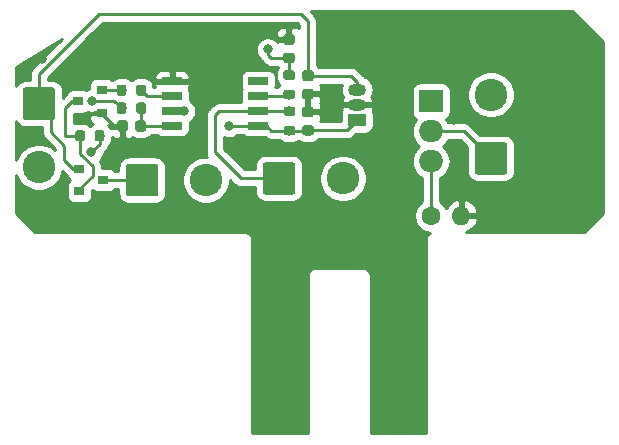
<source format=gbr>
G04 #@! TF.GenerationSoftware,KiCad,Pcbnew,(5.1.0-0)*
G04 #@! TF.CreationDate,2021-09-25T20:45:45+02:00*
G04 #@! TF.ProjectId,Kaefer_Konstanter_Tank,4b616566-6572-45f4-9b6f-6e7374616e74,rev?*
G04 #@! TF.SameCoordinates,Original*
G04 #@! TF.FileFunction,Copper,L2,Bot*
G04 #@! TF.FilePolarity,Positive*
%FSLAX46Y46*%
G04 Gerber Fmt 4.6, Leading zero omitted, Abs format (unit mm)*
G04 Created by KiCad (PCBNEW (5.1.0-0)) date 2021-09-25 20:45:45*
%MOMM*%
%LPD*%
G04 APERTURE LIST*
%ADD10C,0.100000*%
%ADD11C,0.900000*%
%ADD12R,0.900000X0.800000*%
%ADD13R,2.000000X1.905000*%
%ADD14O,2.000000X1.905000*%
%ADD15C,0.800000*%
%ADD16C,1.600000*%
%ADD17O,1.600000X1.600000*%
%ADD18O,1.500000X1.050000*%
%ADD19R,1.500000X1.050000*%
%ADD20R,1.700000X0.650000*%
%ADD21C,2.750000*%
%ADD22C,0.250000*%
%ADD23C,0.254000*%
G04 APERTURE END LIST*
D10*
G36*
X137662054Y-75656083D02*
G01*
X137683895Y-75659323D01*
X137705314Y-75664688D01*
X137726104Y-75672127D01*
X137746064Y-75681568D01*
X137765003Y-75692919D01*
X137782738Y-75706073D01*
X137799099Y-75720901D01*
X137813927Y-75737262D01*
X137827081Y-75754997D01*
X137838432Y-75773936D01*
X137847873Y-75793896D01*
X137855312Y-75814686D01*
X137860677Y-75836105D01*
X137863917Y-75857946D01*
X137865000Y-75880000D01*
X137865000Y-76330000D01*
X137863917Y-76352054D01*
X137860677Y-76373895D01*
X137855312Y-76395314D01*
X137847873Y-76416104D01*
X137838432Y-76436064D01*
X137827081Y-76455003D01*
X137813927Y-76472738D01*
X137799099Y-76489099D01*
X137782738Y-76503927D01*
X137765003Y-76517081D01*
X137746064Y-76528432D01*
X137726104Y-76537873D01*
X137705314Y-76545312D01*
X137683895Y-76550677D01*
X137662054Y-76553917D01*
X137640000Y-76555000D01*
X137140000Y-76555000D01*
X137117946Y-76553917D01*
X137096105Y-76550677D01*
X137074686Y-76545312D01*
X137053896Y-76537873D01*
X137033936Y-76528432D01*
X137014997Y-76517081D01*
X136997262Y-76503927D01*
X136980901Y-76489099D01*
X136966073Y-76472738D01*
X136952919Y-76455003D01*
X136941568Y-76436064D01*
X136932127Y-76416104D01*
X136924688Y-76395314D01*
X136919323Y-76373895D01*
X136916083Y-76352054D01*
X136915000Y-76330000D01*
X136915000Y-75880000D01*
X136916083Y-75857946D01*
X136919323Y-75836105D01*
X136924688Y-75814686D01*
X136932127Y-75793896D01*
X136941568Y-75773936D01*
X136952919Y-75754997D01*
X136966073Y-75737262D01*
X136980901Y-75720901D01*
X136997262Y-75706073D01*
X137014997Y-75692919D01*
X137033936Y-75681568D01*
X137053896Y-75672127D01*
X137074686Y-75664688D01*
X137096105Y-75659323D01*
X137117946Y-75656083D01*
X137140000Y-75655000D01*
X137640000Y-75655000D01*
X137662054Y-75656083D01*
X137662054Y-75656083D01*
G37*
D11*
X137390000Y-76105000D03*
D10*
G36*
X137662054Y-77206083D02*
G01*
X137683895Y-77209323D01*
X137705314Y-77214688D01*
X137726104Y-77222127D01*
X137746064Y-77231568D01*
X137765003Y-77242919D01*
X137782738Y-77256073D01*
X137799099Y-77270901D01*
X137813927Y-77287262D01*
X137827081Y-77304997D01*
X137838432Y-77323936D01*
X137847873Y-77343896D01*
X137855312Y-77364686D01*
X137860677Y-77386105D01*
X137863917Y-77407946D01*
X137865000Y-77430000D01*
X137865000Y-77880000D01*
X137863917Y-77902054D01*
X137860677Y-77923895D01*
X137855312Y-77945314D01*
X137847873Y-77966104D01*
X137838432Y-77986064D01*
X137827081Y-78005003D01*
X137813927Y-78022738D01*
X137799099Y-78039099D01*
X137782738Y-78053927D01*
X137765003Y-78067081D01*
X137746064Y-78078432D01*
X137726104Y-78087873D01*
X137705314Y-78095312D01*
X137683895Y-78100677D01*
X137662054Y-78103917D01*
X137640000Y-78105000D01*
X137140000Y-78105000D01*
X137117946Y-78103917D01*
X137096105Y-78100677D01*
X137074686Y-78095312D01*
X137053896Y-78087873D01*
X137033936Y-78078432D01*
X137014997Y-78067081D01*
X136997262Y-78053927D01*
X136980901Y-78039099D01*
X136966073Y-78022738D01*
X136952919Y-78005003D01*
X136941568Y-77986064D01*
X136932127Y-77966104D01*
X136924688Y-77945314D01*
X136919323Y-77923895D01*
X136916083Y-77902054D01*
X136915000Y-77880000D01*
X136915000Y-77430000D01*
X136916083Y-77407946D01*
X136919323Y-77386105D01*
X136924688Y-77364686D01*
X136932127Y-77343896D01*
X136941568Y-77323936D01*
X136952919Y-77304997D01*
X136966073Y-77287262D01*
X136980901Y-77270901D01*
X136997262Y-77256073D01*
X137014997Y-77242919D01*
X137033936Y-77231568D01*
X137053896Y-77222127D01*
X137074686Y-77214688D01*
X137096105Y-77209323D01*
X137117946Y-77206083D01*
X137140000Y-77205000D01*
X137640000Y-77205000D01*
X137662054Y-77206083D01*
X137662054Y-77206083D01*
G37*
D11*
X137390000Y-77655000D03*
D10*
G36*
X137662054Y-78726083D02*
G01*
X137683895Y-78729323D01*
X137705314Y-78734688D01*
X137726104Y-78742127D01*
X137746064Y-78751568D01*
X137765003Y-78762919D01*
X137782738Y-78776073D01*
X137799099Y-78790901D01*
X137813927Y-78807262D01*
X137827081Y-78824997D01*
X137838432Y-78843936D01*
X137847873Y-78863896D01*
X137855312Y-78884686D01*
X137860677Y-78906105D01*
X137863917Y-78927946D01*
X137865000Y-78950000D01*
X137865000Y-79400000D01*
X137863917Y-79422054D01*
X137860677Y-79443895D01*
X137855312Y-79465314D01*
X137847873Y-79486104D01*
X137838432Y-79506064D01*
X137827081Y-79525003D01*
X137813927Y-79542738D01*
X137799099Y-79559099D01*
X137782738Y-79573927D01*
X137765003Y-79587081D01*
X137746064Y-79598432D01*
X137726104Y-79607873D01*
X137705314Y-79615312D01*
X137683895Y-79620677D01*
X137662054Y-79623917D01*
X137640000Y-79625000D01*
X137140000Y-79625000D01*
X137117946Y-79623917D01*
X137096105Y-79620677D01*
X137074686Y-79615312D01*
X137053896Y-79607873D01*
X137033936Y-79598432D01*
X137014997Y-79587081D01*
X136997262Y-79573927D01*
X136980901Y-79559099D01*
X136966073Y-79542738D01*
X136952919Y-79525003D01*
X136941568Y-79506064D01*
X136932127Y-79486104D01*
X136924688Y-79465314D01*
X136919323Y-79443895D01*
X136916083Y-79422054D01*
X136915000Y-79400000D01*
X136915000Y-78950000D01*
X136916083Y-78927946D01*
X136919323Y-78906105D01*
X136924688Y-78884686D01*
X136932127Y-78863896D01*
X136941568Y-78843936D01*
X136952919Y-78824997D01*
X136966073Y-78807262D01*
X136980901Y-78790901D01*
X136997262Y-78776073D01*
X137014997Y-78762919D01*
X137033936Y-78751568D01*
X137053896Y-78742127D01*
X137074686Y-78734688D01*
X137096105Y-78729323D01*
X137117946Y-78726083D01*
X137140000Y-78725000D01*
X137640000Y-78725000D01*
X137662054Y-78726083D01*
X137662054Y-78726083D01*
G37*
D11*
X137390000Y-79175000D03*
D10*
G36*
X137662054Y-80276083D02*
G01*
X137683895Y-80279323D01*
X137705314Y-80284688D01*
X137726104Y-80292127D01*
X137746064Y-80301568D01*
X137765003Y-80312919D01*
X137782738Y-80326073D01*
X137799099Y-80340901D01*
X137813927Y-80357262D01*
X137827081Y-80374997D01*
X137838432Y-80393936D01*
X137847873Y-80413896D01*
X137855312Y-80434686D01*
X137860677Y-80456105D01*
X137863917Y-80477946D01*
X137865000Y-80500000D01*
X137865000Y-80950000D01*
X137863917Y-80972054D01*
X137860677Y-80993895D01*
X137855312Y-81015314D01*
X137847873Y-81036104D01*
X137838432Y-81056064D01*
X137827081Y-81075003D01*
X137813927Y-81092738D01*
X137799099Y-81109099D01*
X137782738Y-81123927D01*
X137765003Y-81137081D01*
X137746064Y-81148432D01*
X137726104Y-81157873D01*
X137705314Y-81165312D01*
X137683895Y-81170677D01*
X137662054Y-81173917D01*
X137640000Y-81175000D01*
X137140000Y-81175000D01*
X137117946Y-81173917D01*
X137096105Y-81170677D01*
X137074686Y-81165312D01*
X137053896Y-81157873D01*
X137033936Y-81148432D01*
X137014997Y-81137081D01*
X136997262Y-81123927D01*
X136980901Y-81109099D01*
X136966073Y-81092738D01*
X136952919Y-81075003D01*
X136941568Y-81056064D01*
X136932127Y-81036104D01*
X136924688Y-81015314D01*
X136919323Y-80993895D01*
X136916083Y-80972054D01*
X136915000Y-80950000D01*
X136915000Y-80500000D01*
X136916083Y-80477946D01*
X136919323Y-80456105D01*
X136924688Y-80434686D01*
X136932127Y-80413896D01*
X136941568Y-80393936D01*
X136952919Y-80374997D01*
X136966073Y-80357262D01*
X136980901Y-80340901D01*
X136997262Y-80326073D01*
X137014997Y-80312919D01*
X137033936Y-80301568D01*
X137053896Y-80292127D01*
X137074686Y-80284688D01*
X137096105Y-80279323D01*
X137117946Y-80276083D01*
X137140000Y-80275000D01*
X137640000Y-80275000D01*
X137662054Y-80276083D01*
X137662054Y-80276083D01*
G37*
D11*
X137390000Y-80725000D03*
D10*
G36*
X123472054Y-79896083D02*
G01*
X123493895Y-79899323D01*
X123515314Y-79904688D01*
X123536104Y-79912127D01*
X123556064Y-79921568D01*
X123575003Y-79932919D01*
X123592738Y-79946073D01*
X123609099Y-79960901D01*
X123623927Y-79977262D01*
X123637081Y-79994997D01*
X123648432Y-80013936D01*
X123657873Y-80033896D01*
X123665312Y-80054686D01*
X123670677Y-80076105D01*
X123673917Y-80097946D01*
X123675000Y-80120000D01*
X123675000Y-80620000D01*
X123673917Y-80642054D01*
X123670677Y-80663895D01*
X123665312Y-80685314D01*
X123657873Y-80706104D01*
X123648432Y-80726064D01*
X123637081Y-80745003D01*
X123623927Y-80762738D01*
X123609099Y-80779099D01*
X123592738Y-80793927D01*
X123575003Y-80807081D01*
X123556064Y-80818432D01*
X123536104Y-80827873D01*
X123515314Y-80835312D01*
X123493895Y-80840677D01*
X123472054Y-80843917D01*
X123450000Y-80845000D01*
X123000000Y-80845000D01*
X122977946Y-80843917D01*
X122956105Y-80840677D01*
X122934686Y-80835312D01*
X122913896Y-80827873D01*
X122893936Y-80818432D01*
X122874997Y-80807081D01*
X122857262Y-80793927D01*
X122840901Y-80779099D01*
X122826073Y-80762738D01*
X122812919Y-80745003D01*
X122801568Y-80726064D01*
X122792127Y-80706104D01*
X122784688Y-80685314D01*
X122779323Y-80663895D01*
X122776083Y-80642054D01*
X122775000Y-80620000D01*
X122775000Y-80120000D01*
X122776083Y-80097946D01*
X122779323Y-80076105D01*
X122784688Y-80054686D01*
X122792127Y-80033896D01*
X122801568Y-80013936D01*
X122812919Y-79994997D01*
X122826073Y-79977262D01*
X122840901Y-79960901D01*
X122857262Y-79946073D01*
X122874997Y-79932919D01*
X122893936Y-79921568D01*
X122913896Y-79912127D01*
X122934686Y-79904688D01*
X122956105Y-79899323D01*
X122977946Y-79896083D01*
X123000000Y-79895000D01*
X123450000Y-79895000D01*
X123472054Y-79896083D01*
X123472054Y-79896083D01*
G37*
D11*
X123225000Y-80370000D03*
D10*
G36*
X121922054Y-79896083D02*
G01*
X121943895Y-79899323D01*
X121965314Y-79904688D01*
X121986104Y-79912127D01*
X122006064Y-79921568D01*
X122025003Y-79932919D01*
X122042738Y-79946073D01*
X122059099Y-79960901D01*
X122073927Y-79977262D01*
X122087081Y-79994997D01*
X122098432Y-80013936D01*
X122107873Y-80033896D01*
X122115312Y-80054686D01*
X122120677Y-80076105D01*
X122123917Y-80097946D01*
X122125000Y-80120000D01*
X122125000Y-80620000D01*
X122123917Y-80642054D01*
X122120677Y-80663895D01*
X122115312Y-80685314D01*
X122107873Y-80706104D01*
X122098432Y-80726064D01*
X122087081Y-80745003D01*
X122073927Y-80762738D01*
X122059099Y-80779099D01*
X122042738Y-80793927D01*
X122025003Y-80807081D01*
X122006064Y-80818432D01*
X121986104Y-80827873D01*
X121965314Y-80835312D01*
X121943895Y-80840677D01*
X121922054Y-80843917D01*
X121900000Y-80845000D01*
X121450000Y-80845000D01*
X121427946Y-80843917D01*
X121406105Y-80840677D01*
X121384686Y-80835312D01*
X121363896Y-80827873D01*
X121343936Y-80818432D01*
X121324997Y-80807081D01*
X121307262Y-80793927D01*
X121290901Y-80779099D01*
X121276073Y-80762738D01*
X121262919Y-80745003D01*
X121251568Y-80726064D01*
X121242127Y-80706104D01*
X121234688Y-80685314D01*
X121229323Y-80663895D01*
X121226083Y-80642054D01*
X121225000Y-80620000D01*
X121225000Y-80120000D01*
X121226083Y-80097946D01*
X121229323Y-80076105D01*
X121234688Y-80054686D01*
X121242127Y-80033896D01*
X121251568Y-80013936D01*
X121262919Y-79994997D01*
X121276073Y-79977262D01*
X121290901Y-79960901D01*
X121307262Y-79946073D01*
X121324997Y-79932919D01*
X121343936Y-79921568D01*
X121363896Y-79912127D01*
X121384686Y-79904688D01*
X121406105Y-79899323D01*
X121427946Y-79896083D01*
X121450000Y-79895000D01*
X121900000Y-79895000D01*
X121922054Y-79896083D01*
X121922054Y-79896083D01*
G37*
D11*
X121675000Y-80370000D03*
D10*
G36*
X136052054Y-72596083D02*
G01*
X136073895Y-72599323D01*
X136095314Y-72604688D01*
X136116104Y-72612127D01*
X136136064Y-72621568D01*
X136155003Y-72632919D01*
X136172738Y-72646073D01*
X136189099Y-72660901D01*
X136203927Y-72677262D01*
X136217081Y-72694997D01*
X136228432Y-72713936D01*
X136237873Y-72733896D01*
X136245312Y-72754686D01*
X136250677Y-72776105D01*
X136253917Y-72797946D01*
X136255000Y-72820000D01*
X136255000Y-73270000D01*
X136253917Y-73292054D01*
X136250677Y-73313895D01*
X136245312Y-73335314D01*
X136237873Y-73356104D01*
X136228432Y-73376064D01*
X136217081Y-73395003D01*
X136203927Y-73412738D01*
X136189099Y-73429099D01*
X136172738Y-73443927D01*
X136155003Y-73457081D01*
X136136064Y-73468432D01*
X136116104Y-73477873D01*
X136095314Y-73485312D01*
X136073895Y-73490677D01*
X136052054Y-73493917D01*
X136030000Y-73495000D01*
X135530000Y-73495000D01*
X135507946Y-73493917D01*
X135486105Y-73490677D01*
X135464686Y-73485312D01*
X135443896Y-73477873D01*
X135423936Y-73468432D01*
X135404997Y-73457081D01*
X135387262Y-73443927D01*
X135370901Y-73429099D01*
X135356073Y-73412738D01*
X135342919Y-73395003D01*
X135331568Y-73376064D01*
X135322127Y-73356104D01*
X135314688Y-73335314D01*
X135309323Y-73313895D01*
X135306083Y-73292054D01*
X135305000Y-73270000D01*
X135305000Y-72820000D01*
X135306083Y-72797946D01*
X135309323Y-72776105D01*
X135314688Y-72754686D01*
X135322127Y-72733896D01*
X135331568Y-72713936D01*
X135342919Y-72694997D01*
X135356073Y-72677262D01*
X135370901Y-72660901D01*
X135387262Y-72646073D01*
X135404997Y-72632919D01*
X135423936Y-72621568D01*
X135443896Y-72612127D01*
X135464686Y-72604688D01*
X135486105Y-72599323D01*
X135507946Y-72596083D01*
X135530000Y-72595000D01*
X136030000Y-72595000D01*
X136052054Y-72596083D01*
X136052054Y-72596083D01*
G37*
D11*
X135780000Y-73045000D03*
D10*
G36*
X136052054Y-74146083D02*
G01*
X136073895Y-74149323D01*
X136095314Y-74154688D01*
X136116104Y-74162127D01*
X136136064Y-74171568D01*
X136155003Y-74182919D01*
X136172738Y-74196073D01*
X136189099Y-74210901D01*
X136203927Y-74227262D01*
X136217081Y-74244997D01*
X136228432Y-74263936D01*
X136237873Y-74283896D01*
X136245312Y-74304686D01*
X136250677Y-74326105D01*
X136253917Y-74347946D01*
X136255000Y-74370000D01*
X136255000Y-74820000D01*
X136253917Y-74842054D01*
X136250677Y-74863895D01*
X136245312Y-74885314D01*
X136237873Y-74906104D01*
X136228432Y-74926064D01*
X136217081Y-74945003D01*
X136203927Y-74962738D01*
X136189099Y-74979099D01*
X136172738Y-74993927D01*
X136155003Y-75007081D01*
X136136064Y-75018432D01*
X136116104Y-75027873D01*
X136095314Y-75035312D01*
X136073895Y-75040677D01*
X136052054Y-75043917D01*
X136030000Y-75045000D01*
X135530000Y-75045000D01*
X135507946Y-75043917D01*
X135486105Y-75040677D01*
X135464686Y-75035312D01*
X135443896Y-75027873D01*
X135423936Y-75018432D01*
X135404997Y-75007081D01*
X135387262Y-74993927D01*
X135370901Y-74979099D01*
X135356073Y-74962738D01*
X135342919Y-74945003D01*
X135331568Y-74926064D01*
X135322127Y-74906104D01*
X135314688Y-74885314D01*
X135309323Y-74863895D01*
X135306083Y-74842054D01*
X135305000Y-74820000D01*
X135305000Y-74370000D01*
X135306083Y-74347946D01*
X135309323Y-74326105D01*
X135314688Y-74304686D01*
X135322127Y-74283896D01*
X135331568Y-74263936D01*
X135342919Y-74244997D01*
X135356073Y-74227262D01*
X135370901Y-74210901D01*
X135387262Y-74196073D01*
X135404997Y-74182919D01*
X135423936Y-74171568D01*
X135443896Y-74162127D01*
X135464686Y-74154688D01*
X135486105Y-74149323D01*
X135507946Y-74146083D01*
X135530000Y-74145000D01*
X136030000Y-74145000D01*
X136052054Y-74146083D01*
X136052054Y-74146083D01*
G37*
D11*
X135780000Y-74595000D03*
D12*
X119940000Y-77330000D03*
X119940000Y-79230000D03*
X117940000Y-78280000D03*
X120040000Y-84940000D03*
X118040000Y-83990000D03*
X118040000Y-85890000D03*
D13*
X147828000Y-78270000D03*
D14*
X147828000Y-80810000D03*
X147828000Y-83350000D03*
D10*
G36*
X123484603Y-78375963D02*
G01*
X123504018Y-78378843D01*
X123523057Y-78383612D01*
X123541537Y-78390224D01*
X123559279Y-78398616D01*
X123576114Y-78408706D01*
X123591879Y-78420398D01*
X123606421Y-78433579D01*
X123619602Y-78448121D01*
X123631294Y-78463886D01*
X123641384Y-78480721D01*
X123649776Y-78498463D01*
X123656388Y-78516943D01*
X123661157Y-78535982D01*
X123664037Y-78555397D01*
X123665000Y-78575000D01*
X123665000Y-79125000D01*
X123664037Y-79144603D01*
X123661157Y-79164018D01*
X123656388Y-79183057D01*
X123649776Y-79201537D01*
X123641384Y-79219279D01*
X123631294Y-79236114D01*
X123619602Y-79251879D01*
X123606421Y-79266421D01*
X123591879Y-79279602D01*
X123576114Y-79291294D01*
X123559279Y-79301384D01*
X123541537Y-79309776D01*
X123523057Y-79316388D01*
X123504018Y-79321157D01*
X123484603Y-79324037D01*
X123465000Y-79325000D01*
X123065000Y-79325000D01*
X123045397Y-79324037D01*
X123025982Y-79321157D01*
X123006943Y-79316388D01*
X122988463Y-79309776D01*
X122970721Y-79301384D01*
X122953886Y-79291294D01*
X122938121Y-79279602D01*
X122923579Y-79266421D01*
X122910398Y-79251879D01*
X122898706Y-79236114D01*
X122888616Y-79219279D01*
X122880224Y-79201537D01*
X122873612Y-79183057D01*
X122868843Y-79164018D01*
X122865963Y-79144603D01*
X122865000Y-79125000D01*
X122865000Y-78575000D01*
X122865963Y-78555397D01*
X122868843Y-78535982D01*
X122873612Y-78516943D01*
X122880224Y-78498463D01*
X122888616Y-78480721D01*
X122898706Y-78463886D01*
X122910398Y-78448121D01*
X122923579Y-78433579D01*
X122938121Y-78420398D01*
X122953886Y-78408706D01*
X122970721Y-78398616D01*
X122988463Y-78390224D01*
X123006943Y-78383612D01*
X123025982Y-78378843D01*
X123045397Y-78375963D01*
X123065000Y-78375000D01*
X123465000Y-78375000D01*
X123484603Y-78375963D01*
X123484603Y-78375963D01*
G37*
D15*
X123265000Y-78850000D03*
D10*
G36*
X121834603Y-78375963D02*
G01*
X121854018Y-78378843D01*
X121873057Y-78383612D01*
X121891537Y-78390224D01*
X121909279Y-78398616D01*
X121926114Y-78408706D01*
X121941879Y-78420398D01*
X121956421Y-78433579D01*
X121969602Y-78448121D01*
X121981294Y-78463886D01*
X121991384Y-78480721D01*
X121999776Y-78498463D01*
X122006388Y-78516943D01*
X122011157Y-78535982D01*
X122014037Y-78555397D01*
X122015000Y-78575000D01*
X122015000Y-79125000D01*
X122014037Y-79144603D01*
X122011157Y-79164018D01*
X122006388Y-79183057D01*
X121999776Y-79201537D01*
X121991384Y-79219279D01*
X121981294Y-79236114D01*
X121969602Y-79251879D01*
X121956421Y-79266421D01*
X121941879Y-79279602D01*
X121926114Y-79291294D01*
X121909279Y-79301384D01*
X121891537Y-79309776D01*
X121873057Y-79316388D01*
X121854018Y-79321157D01*
X121834603Y-79324037D01*
X121815000Y-79325000D01*
X121415000Y-79325000D01*
X121395397Y-79324037D01*
X121375982Y-79321157D01*
X121356943Y-79316388D01*
X121338463Y-79309776D01*
X121320721Y-79301384D01*
X121303886Y-79291294D01*
X121288121Y-79279602D01*
X121273579Y-79266421D01*
X121260398Y-79251879D01*
X121248706Y-79236114D01*
X121238616Y-79219279D01*
X121230224Y-79201537D01*
X121223612Y-79183057D01*
X121218843Y-79164018D01*
X121215963Y-79144603D01*
X121215000Y-79125000D01*
X121215000Y-78575000D01*
X121215963Y-78555397D01*
X121218843Y-78535982D01*
X121223612Y-78516943D01*
X121230224Y-78498463D01*
X121238616Y-78480721D01*
X121248706Y-78463886D01*
X121260398Y-78448121D01*
X121273579Y-78433579D01*
X121288121Y-78420398D01*
X121303886Y-78408706D01*
X121320721Y-78398616D01*
X121338463Y-78390224D01*
X121356943Y-78383612D01*
X121375982Y-78378843D01*
X121395397Y-78375963D01*
X121415000Y-78375000D01*
X121815000Y-78375000D01*
X121834603Y-78375963D01*
X121834603Y-78375963D01*
G37*
D15*
X121615000Y-78850000D03*
D10*
G36*
X136114603Y-80370963D02*
G01*
X136134018Y-80373843D01*
X136153057Y-80378612D01*
X136171537Y-80385224D01*
X136189279Y-80393616D01*
X136206114Y-80403706D01*
X136221879Y-80415398D01*
X136236421Y-80428579D01*
X136249602Y-80443121D01*
X136261294Y-80458886D01*
X136271384Y-80475721D01*
X136279776Y-80493463D01*
X136286388Y-80511943D01*
X136291157Y-80530982D01*
X136294037Y-80550397D01*
X136295000Y-80570000D01*
X136295000Y-80970000D01*
X136294037Y-80989603D01*
X136291157Y-81009018D01*
X136286388Y-81028057D01*
X136279776Y-81046537D01*
X136271384Y-81064279D01*
X136261294Y-81081114D01*
X136249602Y-81096879D01*
X136236421Y-81111421D01*
X136221879Y-81124602D01*
X136206114Y-81136294D01*
X136189279Y-81146384D01*
X136171537Y-81154776D01*
X136153057Y-81161388D01*
X136134018Y-81166157D01*
X136114603Y-81169037D01*
X136095000Y-81170000D01*
X135545000Y-81170000D01*
X135525397Y-81169037D01*
X135505982Y-81166157D01*
X135486943Y-81161388D01*
X135468463Y-81154776D01*
X135450721Y-81146384D01*
X135433886Y-81136294D01*
X135418121Y-81124602D01*
X135403579Y-81111421D01*
X135390398Y-81096879D01*
X135378706Y-81081114D01*
X135368616Y-81064279D01*
X135360224Y-81046537D01*
X135353612Y-81028057D01*
X135348843Y-81009018D01*
X135345963Y-80989603D01*
X135345000Y-80970000D01*
X135345000Y-80570000D01*
X135345963Y-80550397D01*
X135348843Y-80530982D01*
X135353612Y-80511943D01*
X135360224Y-80493463D01*
X135368616Y-80475721D01*
X135378706Y-80458886D01*
X135390398Y-80443121D01*
X135403579Y-80428579D01*
X135418121Y-80415398D01*
X135433886Y-80403706D01*
X135450721Y-80393616D01*
X135468463Y-80385224D01*
X135486943Y-80378612D01*
X135505982Y-80373843D01*
X135525397Y-80370963D01*
X135545000Y-80370000D01*
X136095000Y-80370000D01*
X136114603Y-80370963D01*
X136114603Y-80370963D01*
G37*
D15*
X135820000Y-80770000D03*
D10*
G36*
X136114603Y-78720963D02*
G01*
X136134018Y-78723843D01*
X136153057Y-78728612D01*
X136171537Y-78735224D01*
X136189279Y-78743616D01*
X136206114Y-78753706D01*
X136221879Y-78765398D01*
X136236421Y-78778579D01*
X136249602Y-78793121D01*
X136261294Y-78808886D01*
X136271384Y-78825721D01*
X136279776Y-78843463D01*
X136286388Y-78861943D01*
X136291157Y-78880982D01*
X136294037Y-78900397D01*
X136295000Y-78920000D01*
X136295000Y-79320000D01*
X136294037Y-79339603D01*
X136291157Y-79359018D01*
X136286388Y-79378057D01*
X136279776Y-79396537D01*
X136271384Y-79414279D01*
X136261294Y-79431114D01*
X136249602Y-79446879D01*
X136236421Y-79461421D01*
X136221879Y-79474602D01*
X136206114Y-79486294D01*
X136189279Y-79496384D01*
X136171537Y-79504776D01*
X136153057Y-79511388D01*
X136134018Y-79516157D01*
X136114603Y-79519037D01*
X136095000Y-79520000D01*
X135545000Y-79520000D01*
X135525397Y-79519037D01*
X135505982Y-79516157D01*
X135486943Y-79511388D01*
X135468463Y-79504776D01*
X135450721Y-79496384D01*
X135433886Y-79486294D01*
X135418121Y-79474602D01*
X135403579Y-79461421D01*
X135390398Y-79446879D01*
X135378706Y-79431114D01*
X135368616Y-79414279D01*
X135360224Y-79396537D01*
X135353612Y-79378057D01*
X135348843Y-79359018D01*
X135345963Y-79339603D01*
X135345000Y-79320000D01*
X135345000Y-78920000D01*
X135345963Y-78900397D01*
X135348843Y-78880982D01*
X135353612Y-78861943D01*
X135360224Y-78843463D01*
X135368616Y-78825721D01*
X135378706Y-78808886D01*
X135390398Y-78793121D01*
X135403579Y-78778579D01*
X135418121Y-78765398D01*
X135433886Y-78753706D01*
X135450721Y-78743616D01*
X135468463Y-78735224D01*
X135486943Y-78728612D01*
X135505982Y-78723843D01*
X135525397Y-78720963D01*
X135545000Y-78720000D01*
X136095000Y-78720000D01*
X136114603Y-78720963D01*
X136114603Y-78720963D01*
G37*
D15*
X135820000Y-79120000D03*
D10*
G36*
X119964603Y-80725963D02*
G01*
X119984018Y-80728843D01*
X120003057Y-80733612D01*
X120021537Y-80740224D01*
X120039279Y-80748616D01*
X120056114Y-80758706D01*
X120071879Y-80770398D01*
X120086421Y-80783579D01*
X120099602Y-80798121D01*
X120111294Y-80813886D01*
X120121384Y-80830721D01*
X120129776Y-80848463D01*
X120136388Y-80866943D01*
X120141157Y-80885982D01*
X120144037Y-80905397D01*
X120145000Y-80925000D01*
X120145000Y-81475000D01*
X120144037Y-81494603D01*
X120141157Y-81514018D01*
X120136388Y-81533057D01*
X120129776Y-81551537D01*
X120121384Y-81569279D01*
X120111294Y-81586114D01*
X120099602Y-81601879D01*
X120086421Y-81616421D01*
X120071879Y-81629602D01*
X120056114Y-81641294D01*
X120039279Y-81651384D01*
X120021537Y-81659776D01*
X120003057Y-81666388D01*
X119984018Y-81671157D01*
X119964603Y-81674037D01*
X119945000Y-81675000D01*
X119545000Y-81675000D01*
X119525397Y-81674037D01*
X119505982Y-81671157D01*
X119486943Y-81666388D01*
X119468463Y-81659776D01*
X119450721Y-81651384D01*
X119433886Y-81641294D01*
X119418121Y-81629602D01*
X119403579Y-81616421D01*
X119390398Y-81601879D01*
X119378706Y-81586114D01*
X119368616Y-81569279D01*
X119360224Y-81551537D01*
X119353612Y-81533057D01*
X119348843Y-81514018D01*
X119345963Y-81494603D01*
X119345000Y-81475000D01*
X119345000Y-80925000D01*
X119345963Y-80905397D01*
X119348843Y-80885982D01*
X119353612Y-80866943D01*
X119360224Y-80848463D01*
X119368616Y-80830721D01*
X119378706Y-80813886D01*
X119390398Y-80798121D01*
X119403579Y-80783579D01*
X119418121Y-80770398D01*
X119433886Y-80758706D01*
X119450721Y-80748616D01*
X119468463Y-80740224D01*
X119486943Y-80733612D01*
X119505982Y-80728843D01*
X119525397Y-80725963D01*
X119545000Y-80725000D01*
X119945000Y-80725000D01*
X119964603Y-80725963D01*
X119964603Y-80725963D01*
G37*
D15*
X119745000Y-81200000D03*
D10*
G36*
X118314603Y-80725963D02*
G01*
X118334018Y-80728843D01*
X118353057Y-80733612D01*
X118371537Y-80740224D01*
X118389279Y-80748616D01*
X118406114Y-80758706D01*
X118421879Y-80770398D01*
X118436421Y-80783579D01*
X118449602Y-80798121D01*
X118461294Y-80813886D01*
X118471384Y-80830721D01*
X118479776Y-80848463D01*
X118486388Y-80866943D01*
X118491157Y-80885982D01*
X118494037Y-80905397D01*
X118495000Y-80925000D01*
X118495000Y-81475000D01*
X118494037Y-81494603D01*
X118491157Y-81514018D01*
X118486388Y-81533057D01*
X118479776Y-81551537D01*
X118471384Y-81569279D01*
X118461294Y-81586114D01*
X118449602Y-81601879D01*
X118436421Y-81616421D01*
X118421879Y-81629602D01*
X118406114Y-81641294D01*
X118389279Y-81651384D01*
X118371537Y-81659776D01*
X118353057Y-81666388D01*
X118334018Y-81671157D01*
X118314603Y-81674037D01*
X118295000Y-81675000D01*
X117895000Y-81675000D01*
X117875397Y-81674037D01*
X117855982Y-81671157D01*
X117836943Y-81666388D01*
X117818463Y-81659776D01*
X117800721Y-81651384D01*
X117783886Y-81641294D01*
X117768121Y-81629602D01*
X117753579Y-81616421D01*
X117740398Y-81601879D01*
X117728706Y-81586114D01*
X117718616Y-81569279D01*
X117710224Y-81551537D01*
X117703612Y-81533057D01*
X117698843Y-81514018D01*
X117695963Y-81494603D01*
X117695000Y-81475000D01*
X117695000Y-80925000D01*
X117695963Y-80905397D01*
X117698843Y-80885982D01*
X117703612Y-80866943D01*
X117710224Y-80848463D01*
X117718616Y-80830721D01*
X117728706Y-80813886D01*
X117740398Y-80798121D01*
X117753579Y-80783579D01*
X117768121Y-80770398D01*
X117783886Y-80758706D01*
X117800721Y-80748616D01*
X117818463Y-80740224D01*
X117836943Y-80733612D01*
X117855982Y-80728843D01*
X117875397Y-80725963D01*
X117895000Y-80725000D01*
X118295000Y-80725000D01*
X118314603Y-80725963D01*
X118314603Y-80725963D01*
G37*
D15*
X118095000Y-81200000D03*
D10*
G36*
X136084603Y-77305963D02*
G01*
X136104018Y-77308843D01*
X136123057Y-77313612D01*
X136141537Y-77320224D01*
X136159279Y-77328616D01*
X136176114Y-77338706D01*
X136191879Y-77350398D01*
X136206421Y-77363579D01*
X136219602Y-77378121D01*
X136231294Y-77393886D01*
X136241384Y-77410721D01*
X136249776Y-77428463D01*
X136256388Y-77446943D01*
X136261157Y-77465982D01*
X136264037Y-77485397D01*
X136265000Y-77505000D01*
X136265000Y-77905000D01*
X136264037Y-77924603D01*
X136261157Y-77944018D01*
X136256388Y-77963057D01*
X136249776Y-77981537D01*
X136241384Y-77999279D01*
X136231294Y-78016114D01*
X136219602Y-78031879D01*
X136206421Y-78046421D01*
X136191879Y-78059602D01*
X136176114Y-78071294D01*
X136159279Y-78081384D01*
X136141537Y-78089776D01*
X136123057Y-78096388D01*
X136104018Y-78101157D01*
X136084603Y-78104037D01*
X136065000Y-78105000D01*
X135515000Y-78105000D01*
X135495397Y-78104037D01*
X135475982Y-78101157D01*
X135456943Y-78096388D01*
X135438463Y-78089776D01*
X135420721Y-78081384D01*
X135403886Y-78071294D01*
X135388121Y-78059602D01*
X135373579Y-78046421D01*
X135360398Y-78031879D01*
X135348706Y-78016114D01*
X135338616Y-77999279D01*
X135330224Y-77981537D01*
X135323612Y-77963057D01*
X135318843Y-77944018D01*
X135315963Y-77924603D01*
X135315000Y-77905000D01*
X135315000Y-77505000D01*
X135315963Y-77485397D01*
X135318843Y-77465982D01*
X135323612Y-77446943D01*
X135330224Y-77428463D01*
X135338616Y-77410721D01*
X135348706Y-77393886D01*
X135360398Y-77378121D01*
X135373579Y-77363579D01*
X135388121Y-77350398D01*
X135403886Y-77338706D01*
X135420721Y-77328616D01*
X135438463Y-77320224D01*
X135456943Y-77313612D01*
X135475982Y-77308843D01*
X135495397Y-77305963D01*
X135515000Y-77305000D01*
X136065000Y-77305000D01*
X136084603Y-77305963D01*
X136084603Y-77305963D01*
G37*
D15*
X135790000Y-77705000D03*
D10*
G36*
X136084603Y-75655963D02*
G01*
X136104018Y-75658843D01*
X136123057Y-75663612D01*
X136141537Y-75670224D01*
X136159279Y-75678616D01*
X136176114Y-75688706D01*
X136191879Y-75700398D01*
X136206421Y-75713579D01*
X136219602Y-75728121D01*
X136231294Y-75743886D01*
X136241384Y-75760721D01*
X136249776Y-75778463D01*
X136256388Y-75796943D01*
X136261157Y-75815982D01*
X136264037Y-75835397D01*
X136265000Y-75855000D01*
X136265000Y-76255000D01*
X136264037Y-76274603D01*
X136261157Y-76294018D01*
X136256388Y-76313057D01*
X136249776Y-76331537D01*
X136241384Y-76349279D01*
X136231294Y-76366114D01*
X136219602Y-76381879D01*
X136206421Y-76396421D01*
X136191879Y-76409602D01*
X136176114Y-76421294D01*
X136159279Y-76431384D01*
X136141537Y-76439776D01*
X136123057Y-76446388D01*
X136104018Y-76451157D01*
X136084603Y-76454037D01*
X136065000Y-76455000D01*
X135515000Y-76455000D01*
X135495397Y-76454037D01*
X135475982Y-76451157D01*
X135456943Y-76446388D01*
X135438463Y-76439776D01*
X135420721Y-76431384D01*
X135403886Y-76421294D01*
X135388121Y-76409602D01*
X135373579Y-76396421D01*
X135360398Y-76381879D01*
X135348706Y-76366114D01*
X135338616Y-76349279D01*
X135330224Y-76331537D01*
X135323612Y-76313057D01*
X135318843Y-76294018D01*
X135315963Y-76274603D01*
X135315000Y-76255000D01*
X135315000Y-75855000D01*
X135315963Y-75835397D01*
X135318843Y-75815982D01*
X135323612Y-75796943D01*
X135330224Y-75778463D01*
X135338616Y-75760721D01*
X135348706Y-75743886D01*
X135360398Y-75728121D01*
X135373579Y-75713579D01*
X135388121Y-75700398D01*
X135403886Y-75688706D01*
X135420721Y-75678616D01*
X135438463Y-75670224D01*
X135456943Y-75663612D01*
X135475982Y-75658843D01*
X135495397Y-75655963D01*
X135515000Y-75655000D01*
X136065000Y-75655000D01*
X136084603Y-75655963D01*
X136084603Y-75655963D01*
G37*
D15*
X135790000Y-76055000D03*
D16*
X147820000Y-87970000D03*
D17*
X150360000Y-87970000D03*
D18*
X141560000Y-78570000D03*
X141560000Y-77300000D03*
D19*
X141560000Y-79840000D03*
D20*
X125880000Y-80375000D03*
X125880000Y-79105000D03*
X125880000Y-77835000D03*
X125880000Y-76565000D03*
X133180000Y-76565000D03*
X133180000Y-77835000D03*
X133180000Y-79105000D03*
X133180000Y-80375000D03*
D10*
G36*
X123484603Y-76855963D02*
G01*
X123504018Y-76858843D01*
X123523057Y-76863612D01*
X123541537Y-76870224D01*
X123559279Y-76878616D01*
X123576114Y-76888706D01*
X123591879Y-76900398D01*
X123606421Y-76913579D01*
X123619602Y-76928121D01*
X123631294Y-76943886D01*
X123641384Y-76960721D01*
X123649776Y-76978463D01*
X123656388Y-76996943D01*
X123661157Y-77015982D01*
X123664037Y-77035397D01*
X123665000Y-77055000D01*
X123665000Y-77605000D01*
X123664037Y-77624603D01*
X123661157Y-77644018D01*
X123656388Y-77663057D01*
X123649776Y-77681537D01*
X123641384Y-77699279D01*
X123631294Y-77716114D01*
X123619602Y-77731879D01*
X123606421Y-77746421D01*
X123591879Y-77759602D01*
X123576114Y-77771294D01*
X123559279Y-77781384D01*
X123541537Y-77789776D01*
X123523057Y-77796388D01*
X123504018Y-77801157D01*
X123484603Y-77804037D01*
X123465000Y-77805000D01*
X123065000Y-77805000D01*
X123045397Y-77804037D01*
X123025982Y-77801157D01*
X123006943Y-77796388D01*
X122988463Y-77789776D01*
X122970721Y-77781384D01*
X122953886Y-77771294D01*
X122938121Y-77759602D01*
X122923579Y-77746421D01*
X122910398Y-77731879D01*
X122898706Y-77716114D01*
X122888616Y-77699279D01*
X122880224Y-77681537D01*
X122873612Y-77663057D01*
X122868843Y-77644018D01*
X122865963Y-77624603D01*
X122865000Y-77605000D01*
X122865000Y-77055000D01*
X122865963Y-77035397D01*
X122868843Y-77015982D01*
X122873612Y-76996943D01*
X122880224Y-76978463D01*
X122888616Y-76960721D01*
X122898706Y-76943886D01*
X122910398Y-76928121D01*
X122923579Y-76913579D01*
X122938121Y-76900398D01*
X122953886Y-76888706D01*
X122970721Y-76878616D01*
X122988463Y-76870224D01*
X123006943Y-76863612D01*
X123025982Y-76858843D01*
X123045397Y-76855963D01*
X123065000Y-76855000D01*
X123465000Y-76855000D01*
X123484603Y-76855963D01*
X123484603Y-76855963D01*
G37*
D15*
X123265000Y-77330000D03*
D10*
G36*
X121834603Y-76855963D02*
G01*
X121854018Y-76858843D01*
X121873057Y-76863612D01*
X121891537Y-76870224D01*
X121909279Y-76878616D01*
X121926114Y-76888706D01*
X121941879Y-76900398D01*
X121956421Y-76913579D01*
X121969602Y-76928121D01*
X121981294Y-76943886D01*
X121991384Y-76960721D01*
X121999776Y-76978463D01*
X122006388Y-76996943D01*
X122011157Y-77015982D01*
X122014037Y-77035397D01*
X122015000Y-77055000D01*
X122015000Y-77605000D01*
X122014037Y-77624603D01*
X122011157Y-77644018D01*
X122006388Y-77663057D01*
X121999776Y-77681537D01*
X121991384Y-77699279D01*
X121981294Y-77716114D01*
X121969602Y-77731879D01*
X121956421Y-77746421D01*
X121941879Y-77759602D01*
X121926114Y-77771294D01*
X121909279Y-77781384D01*
X121891537Y-77789776D01*
X121873057Y-77796388D01*
X121854018Y-77801157D01*
X121834603Y-77804037D01*
X121815000Y-77805000D01*
X121415000Y-77805000D01*
X121395397Y-77804037D01*
X121375982Y-77801157D01*
X121356943Y-77796388D01*
X121338463Y-77789776D01*
X121320721Y-77781384D01*
X121303886Y-77771294D01*
X121288121Y-77759602D01*
X121273579Y-77746421D01*
X121260398Y-77731879D01*
X121248706Y-77716114D01*
X121238616Y-77699279D01*
X121230224Y-77681537D01*
X121223612Y-77663057D01*
X121218843Y-77644018D01*
X121215963Y-77624603D01*
X121215000Y-77605000D01*
X121215000Y-77055000D01*
X121215963Y-77035397D01*
X121218843Y-77015982D01*
X121223612Y-76996943D01*
X121230224Y-76978463D01*
X121238616Y-76960721D01*
X121248706Y-76943886D01*
X121260398Y-76928121D01*
X121273579Y-76913579D01*
X121288121Y-76900398D01*
X121303886Y-76888706D01*
X121320721Y-76878616D01*
X121338463Y-76870224D01*
X121356943Y-76863612D01*
X121375982Y-76858843D01*
X121395397Y-76855963D01*
X121415000Y-76855000D01*
X121815000Y-76855000D01*
X121834603Y-76855963D01*
X121834603Y-76855963D01*
G37*
D15*
X121615000Y-77330000D03*
D21*
X114610000Y-83870000D03*
D10*
G36*
X115759505Y-77096204D02*
G01*
X115783773Y-77099804D01*
X115807572Y-77105765D01*
X115830671Y-77114030D01*
X115852850Y-77124520D01*
X115873893Y-77137132D01*
X115893599Y-77151747D01*
X115911777Y-77168223D01*
X115928253Y-77186401D01*
X115942868Y-77206107D01*
X115955480Y-77227150D01*
X115965970Y-77249329D01*
X115974235Y-77272428D01*
X115980196Y-77296227D01*
X115983796Y-77320495D01*
X115985000Y-77344999D01*
X115985000Y-79595001D01*
X115983796Y-79619505D01*
X115980196Y-79643773D01*
X115974235Y-79667572D01*
X115965970Y-79690671D01*
X115955480Y-79712850D01*
X115942868Y-79733893D01*
X115928253Y-79753599D01*
X115911777Y-79771777D01*
X115893599Y-79788253D01*
X115873893Y-79802868D01*
X115852850Y-79815480D01*
X115830671Y-79825970D01*
X115807572Y-79834235D01*
X115783773Y-79840196D01*
X115759505Y-79843796D01*
X115735001Y-79845000D01*
X113484999Y-79845000D01*
X113460495Y-79843796D01*
X113436227Y-79840196D01*
X113412428Y-79834235D01*
X113389329Y-79825970D01*
X113367150Y-79815480D01*
X113346107Y-79802868D01*
X113326401Y-79788253D01*
X113308223Y-79771777D01*
X113291747Y-79753599D01*
X113277132Y-79733893D01*
X113264520Y-79712850D01*
X113254030Y-79690671D01*
X113245765Y-79667572D01*
X113239804Y-79643773D01*
X113236204Y-79619505D01*
X113235000Y-79595001D01*
X113235000Y-77344999D01*
X113236204Y-77320495D01*
X113239804Y-77296227D01*
X113245765Y-77272428D01*
X113254030Y-77249329D01*
X113264520Y-77227150D01*
X113277132Y-77206107D01*
X113291747Y-77186401D01*
X113308223Y-77168223D01*
X113326401Y-77151747D01*
X113346107Y-77137132D01*
X113367150Y-77124520D01*
X113389329Y-77114030D01*
X113412428Y-77105765D01*
X113436227Y-77099804D01*
X113460495Y-77096204D01*
X113484999Y-77095000D01*
X115735001Y-77095000D01*
X115759505Y-77096204D01*
X115759505Y-77096204D01*
G37*
D21*
X114610000Y-78470000D03*
X140340000Y-84810000D03*
D10*
G36*
X136089505Y-83436204D02*
G01*
X136113773Y-83439804D01*
X136137572Y-83445765D01*
X136160671Y-83454030D01*
X136182850Y-83464520D01*
X136203893Y-83477132D01*
X136223599Y-83491747D01*
X136241777Y-83508223D01*
X136258253Y-83526401D01*
X136272868Y-83546107D01*
X136285480Y-83567150D01*
X136295970Y-83589329D01*
X136304235Y-83612428D01*
X136310196Y-83636227D01*
X136313796Y-83660495D01*
X136315000Y-83684999D01*
X136315000Y-85935001D01*
X136313796Y-85959505D01*
X136310196Y-85983773D01*
X136304235Y-86007572D01*
X136295970Y-86030671D01*
X136285480Y-86052850D01*
X136272868Y-86073893D01*
X136258253Y-86093599D01*
X136241777Y-86111777D01*
X136223599Y-86128253D01*
X136203893Y-86142868D01*
X136182850Y-86155480D01*
X136160671Y-86165970D01*
X136137572Y-86174235D01*
X136113773Y-86180196D01*
X136089505Y-86183796D01*
X136065001Y-86185000D01*
X133814999Y-86185000D01*
X133790495Y-86183796D01*
X133766227Y-86180196D01*
X133742428Y-86174235D01*
X133719329Y-86165970D01*
X133697150Y-86155480D01*
X133676107Y-86142868D01*
X133656401Y-86128253D01*
X133638223Y-86111777D01*
X133621747Y-86093599D01*
X133607132Y-86073893D01*
X133594520Y-86052850D01*
X133584030Y-86030671D01*
X133575765Y-86007572D01*
X133569804Y-85983773D01*
X133566204Y-85959505D01*
X133565000Y-85935001D01*
X133565000Y-83684999D01*
X133566204Y-83660495D01*
X133569804Y-83636227D01*
X133575765Y-83612428D01*
X133584030Y-83589329D01*
X133594520Y-83567150D01*
X133607132Y-83546107D01*
X133621747Y-83526401D01*
X133638223Y-83508223D01*
X133656401Y-83491747D01*
X133676107Y-83477132D01*
X133697150Y-83464520D01*
X133719329Y-83454030D01*
X133742428Y-83445765D01*
X133766227Y-83439804D01*
X133790495Y-83436204D01*
X133814999Y-83435000D01*
X136065001Y-83435000D01*
X136089505Y-83436204D01*
X136089505Y-83436204D01*
G37*
D21*
X134940000Y-84810000D03*
D10*
G36*
X124499505Y-83586204D02*
G01*
X124523773Y-83589804D01*
X124547572Y-83595765D01*
X124570671Y-83604030D01*
X124592850Y-83614520D01*
X124613893Y-83627132D01*
X124633599Y-83641747D01*
X124651777Y-83658223D01*
X124668253Y-83676401D01*
X124682868Y-83696107D01*
X124695480Y-83717150D01*
X124705970Y-83739329D01*
X124714235Y-83762428D01*
X124720196Y-83786227D01*
X124723796Y-83810495D01*
X124725000Y-83834999D01*
X124725000Y-86085001D01*
X124723796Y-86109505D01*
X124720196Y-86133773D01*
X124714235Y-86157572D01*
X124705970Y-86180671D01*
X124695480Y-86202850D01*
X124682868Y-86223893D01*
X124668253Y-86243599D01*
X124651777Y-86261777D01*
X124633599Y-86278253D01*
X124613893Y-86292868D01*
X124592850Y-86305480D01*
X124570671Y-86315970D01*
X124547572Y-86324235D01*
X124523773Y-86330196D01*
X124499505Y-86333796D01*
X124475001Y-86335000D01*
X122224999Y-86335000D01*
X122200495Y-86333796D01*
X122176227Y-86330196D01*
X122152428Y-86324235D01*
X122129329Y-86315970D01*
X122107150Y-86305480D01*
X122086107Y-86292868D01*
X122066401Y-86278253D01*
X122048223Y-86261777D01*
X122031747Y-86243599D01*
X122017132Y-86223893D01*
X122004520Y-86202850D01*
X121994030Y-86180671D01*
X121985765Y-86157572D01*
X121979804Y-86133773D01*
X121976204Y-86109505D01*
X121975000Y-86085001D01*
X121975000Y-83834999D01*
X121976204Y-83810495D01*
X121979804Y-83786227D01*
X121985765Y-83762428D01*
X121994030Y-83739329D01*
X122004520Y-83717150D01*
X122017132Y-83696107D01*
X122031747Y-83676401D01*
X122048223Y-83658223D01*
X122066401Y-83641747D01*
X122086107Y-83627132D01*
X122107150Y-83614520D01*
X122129329Y-83604030D01*
X122152428Y-83595765D01*
X122176227Y-83589804D01*
X122200495Y-83586204D01*
X122224999Y-83585000D01*
X124475001Y-83585000D01*
X124499505Y-83586204D01*
X124499505Y-83586204D01*
G37*
D21*
X123350000Y-84960000D03*
X128750000Y-84960000D03*
D10*
G36*
X154029505Y-81736204D02*
G01*
X154053773Y-81739804D01*
X154077572Y-81745765D01*
X154100671Y-81754030D01*
X154122850Y-81764520D01*
X154143893Y-81777132D01*
X154163599Y-81791747D01*
X154181777Y-81808223D01*
X154198253Y-81826401D01*
X154212868Y-81846107D01*
X154225480Y-81867150D01*
X154235970Y-81889329D01*
X154244235Y-81912428D01*
X154250196Y-81936227D01*
X154253796Y-81960495D01*
X154255000Y-81984999D01*
X154255000Y-84235001D01*
X154253796Y-84259505D01*
X154250196Y-84283773D01*
X154244235Y-84307572D01*
X154235970Y-84330671D01*
X154225480Y-84352850D01*
X154212868Y-84373893D01*
X154198253Y-84393599D01*
X154181777Y-84411777D01*
X154163599Y-84428253D01*
X154143893Y-84442868D01*
X154122850Y-84455480D01*
X154100671Y-84465970D01*
X154077572Y-84474235D01*
X154053773Y-84480196D01*
X154029505Y-84483796D01*
X154005001Y-84485000D01*
X151754999Y-84485000D01*
X151730495Y-84483796D01*
X151706227Y-84480196D01*
X151682428Y-84474235D01*
X151659329Y-84465970D01*
X151637150Y-84455480D01*
X151616107Y-84442868D01*
X151596401Y-84428253D01*
X151578223Y-84411777D01*
X151561747Y-84393599D01*
X151547132Y-84373893D01*
X151534520Y-84352850D01*
X151524030Y-84330671D01*
X151515765Y-84307572D01*
X151509804Y-84283773D01*
X151506204Y-84259505D01*
X151505000Y-84235001D01*
X151505000Y-81984999D01*
X151506204Y-81960495D01*
X151509804Y-81936227D01*
X151515765Y-81912428D01*
X151524030Y-81889329D01*
X151534520Y-81867150D01*
X151547132Y-81846107D01*
X151561747Y-81826401D01*
X151578223Y-81808223D01*
X151596401Y-81791747D01*
X151616107Y-81777132D01*
X151637150Y-81764520D01*
X151659329Y-81754030D01*
X151682428Y-81745765D01*
X151706227Y-81739804D01*
X151730495Y-81736204D01*
X151754999Y-81735000D01*
X154005001Y-81735000D01*
X154029505Y-81736204D01*
X154029505Y-81736204D01*
G37*
D21*
X152880000Y-83110000D03*
X152880000Y-77710000D03*
D15*
X149960000Y-83750000D03*
X149730000Y-79820000D03*
X113810000Y-81130000D03*
X114850000Y-74660000D03*
X144350000Y-74660000D03*
X119079758Y-78212133D03*
X119060000Y-82610000D03*
X130700000Y-80360000D03*
X133990000Y-73880000D03*
X126890000Y-79100000D03*
D22*
X137390000Y-76105000D02*
X141035000Y-76105000D01*
X141560000Y-76630000D02*
X141560000Y-77300000D01*
X141035000Y-76105000D02*
X141560000Y-76630000D01*
X137390000Y-71500000D02*
X137390000Y-71510000D01*
X119710000Y-70870000D02*
X136760000Y-70870000D01*
X137390000Y-71510000D02*
X137390000Y-76105000D01*
X114610000Y-75970000D02*
X119710000Y-70870000D01*
X136760000Y-70870000D02*
X137390000Y-71500000D01*
X114610000Y-78470000D02*
X114610000Y-75970000D01*
X118040000Y-83990000D02*
X117500000Y-83990000D01*
X117500000Y-83990000D02*
X116760000Y-83250000D01*
X116760000Y-83250000D02*
X116760000Y-82020000D01*
X115655001Y-79515001D02*
X114610000Y-78470000D01*
X115655001Y-80915001D02*
X115655001Y-79515001D01*
X116760000Y-82020000D02*
X115655001Y-80915001D01*
X119940000Y-79230000D02*
X119940000Y-79350000D01*
X120960000Y-80370000D02*
X121675000Y-80370000D01*
X119940000Y-79350000D02*
X120960000Y-80370000D01*
X137345000Y-80770000D02*
X137390000Y-80725000D01*
X135820000Y-80770000D02*
X137345000Y-80770000D01*
X140675000Y-80725000D02*
X141560000Y-79840000D01*
X137390000Y-80725000D02*
X140675000Y-80725000D01*
X134285000Y-80770000D02*
X133890000Y-80375000D01*
X135820000Y-80770000D02*
X134285000Y-80770000D01*
X120977133Y-78212133D02*
X119079758Y-78212133D01*
X121615000Y-78850000D02*
X120977133Y-78212133D01*
X119745000Y-81925000D02*
X119060000Y-82610000D01*
X119745000Y-81200000D02*
X119745000Y-81925000D01*
X130715000Y-80375000D02*
X130700000Y-80360000D01*
X132460000Y-80375000D02*
X130715000Y-80375000D01*
X123230000Y-80375000D02*
X123225000Y-80370000D01*
X125160000Y-80375000D02*
X123230000Y-80375000D01*
X123225000Y-78890000D02*
X123265000Y-78850000D01*
X123225000Y-80370000D02*
X123225000Y-78890000D01*
X133990000Y-73880000D02*
X133990000Y-74340000D01*
X134245000Y-74595000D02*
X135780000Y-74595000D01*
X133990000Y-74340000D02*
X134245000Y-74595000D01*
X135790000Y-74605000D02*
X135780000Y-74595000D01*
X135790000Y-76055000D02*
X135790000Y-74605000D01*
X135805000Y-79105000D02*
X135820000Y-79120000D01*
X133890000Y-79105000D02*
X135805000Y-79105000D01*
X132460000Y-79105000D02*
X129855000Y-79105000D01*
X129855000Y-79105000D02*
X129500000Y-79460000D01*
X129500000Y-79460000D02*
X129500000Y-82590000D01*
X131720000Y-84810000D02*
X134940000Y-84810000D01*
X129500000Y-82590000D02*
X131720000Y-84810000D01*
X123330000Y-84940000D02*
X123350000Y-84960000D01*
X120040000Y-84940000D02*
X123330000Y-84940000D01*
X150580000Y-80810000D02*
X152880000Y-83110000D01*
X147740000Y-80810000D02*
X150580000Y-80810000D01*
X119940000Y-77330000D02*
X121615000Y-77330000D01*
X118040000Y-85890000D02*
X117710000Y-85890000D01*
X117410000Y-78280000D02*
X117940000Y-78280000D01*
X116840000Y-78850000D02*
X117410000Y-78280000D01*
X118095000Y-81200000D02*
X116840000Y-81200000D01*
X116840000Y-81200000D02*
X116840000Y-78850000D01*
X118040000Y-85890000D02*
X118040000Y-85680000D01*
X118040000Y-85680000D02*
X119160000Y-84560000D01*
X118095000Y-82718002D02*
X118095000Y-81200000D01*
X119160000Y-83783002D02*
X118095000Y-82718002D01*
X119160000Y-84560000D02*
X119160000Y-83783002D01*
X147820000Y-83430000D02*
X147740000Y-83350000D01*
X147820000Y-85720000D02*
X147820000Y-83430000D01*
X147820000Y-87970000D02*
X147820000Y-85720000D01*
X135660000Y-77835000D02*
X135790000Y-77705000D01*
X133180000Y-77835000D02*
X135660000Y-77835000D01*
X123770000Y-77835000D02*
X123265000Y-77330000D01*
X125160000Y-77835000D02*
X123770000Y-77835000D01*
X126885000Y-79105000D02*
X126890000Y-79100000D01*
X125160000Y-79105000D02*
X126885000Y-79105000D01*
D23*
G36*
X162370000Y-73283381D02*
G01*
X162370001Y-87736618D01*
X160756620Y-89350000D01*
X150742296Y-89350000D01*
X150973881Y-89267070D01*
X151215131Y-89122385D01*
X151423519Y-88933414D01*
X151591037Y-88707420D01*
X151711246Y-88453087D01*
X151751904Y-88319039D01*
X151629915Y-88097000D01*
X150487000Y-88097000D01*
X150487000Y-88117000D01*
X150233000Y-88117000D01*
X150233000Y-88097000D01*
X150213000Y-88097000D01*
X150213000Y-87843000D01*
X150233000Y-87843000D01*
X150233000Y-86699376D01*
X150487000Y-86699376D01*
X150487000Y-87843000D01*
X151629915Y-87843000D01*
X151751904Y-87620961D01*
X151711246Y-87486913D01*
X151591037Y-87232580D01*
X151423519Y-87006586D01*
X151215131Y-86817615D01*
X150973881Y-86672930D01*
X150709040Y-86578091D01*
X150487000Y-86699376D01*
X150233000Y-86699376D01*
X150010960Y-86578091D01*
X149746119Y-86672930D01*
X149504869Y-86817615D01*
X149296481Y-87006586D01*
X149128963Y-87232580D01*
X149096357Y-87301565D01*
X149091680Y-87290273D01*
X148934637Y-87055241D01*
X148734759Y-86855363D01*
X148580000Y-86751957D01*
X148580000Y-84773484D01*
X148761735Y-84676345D01*
X149003463Y-84477963D01*
X149201845Y-84236235D01*
X149349255Y-83960449D01*
X149440030Y-83661204D01*
X149470681Y-83350000D01*
X149440030Y-83038796D01*
X149349255Y-82739551D01*
X149201845Y-82463765D01*
X149003463Y-82222037D01*
X148830391Y-82080000D01*
X149003463Y-81937963D01*
X149201845Y-81696235D01*
X149269319Y-81570000D01*
X150265199Y-81570000D01*
X150866928Y-82171729D01*
X150866928Y-84235001D01*
X150883992Y-84408255D01*
X150934528Y-84574851D01*
X151016595Y-84728387D01*
X151127038Y-84862962D01*
X151261613Y-84973405D01*
X151415149Y-85055472D01*
X151581745Y-85106008D01*
X151754999Y-85123072D01*
X154005001Y-85123072D01*
X154178255Y-85106008D01*
X154344851Y-85055472D01*
X154498387Y-84973405D01*
X154632962Y-84862962D01*
X154743405Y-84728387D01*
X154825472Y-84574851D01*
X154876008Y-84408255D01*
X154893072Y-84235001D01*
X154893072Y-81984999D01*
X154876008Y-81811745D01*
X154825472Y-81645149D01*
X154743405Y-81491613D01*
X154632962Y-81357038D01*
X154498387Y-81246595D01*
X154344851Y-81164528D01*
X154178255Y-81113992D01*
X154005001Y-81096928D01*
X151941729Y-81096928D01*
X151143804Y-80299003D01*
X151120001Y-80269999D01*
X151004276Y-80175026D01*
X150872247Y-80104454D01*
X150728986Y-80060997D01*
X150617333Y-80050000D01*
X150617322Y-80050000D01*
X150580000Y-80046324D01*
X150542678Y-80050000D01*
X149269319Y-80050000D01*
X149201845Y-79923765D01*
X149098554Y-79797905D01*
X149182494Y-79753037D01*
X149279185Y-79673685D01*
X149358537Y-79576994D01*
X149417502Y-79466680D01*
X149453812Y-79346982D01*
X149466072Y-79222500D01*
X149466072Y-77512032D01*
X150870000Y-77512032D01*
X150870000Y-77907968D01*
X150947243Y-78296296D01*
X151098761Y-78662092D01*
X151318731Y-78991301D01*
X151598699Y-79271269D01*
X151927908Y-79491239D01*
X152293704Y-79642757D01*
X152682032Y-79720000D01*
X153077968Y-79720000D01*
X153466296Y-79642757D01*
X153832092Y-79491239D01*
X154161301Y-79271269D01*
X154441269Y-78991301D01*
X154661239Y-78662092D01*
X154812757Y-78296296D01*
X154890000Y-77907968D01*
X154890000Y-77512032D01*
X154812757Y-77123704D01*
X154661239Y-76757908D01*
X154441269Y-76428699D01*
X154161301Y-76148731D01*
X153832092Y-75928761D01*
X153466296Y-75777243D01*
X153077968Y-75700000D01*
X152682032Y-75700000D01*
X152293704Y-75777243D01*
X151927908Y-75928761D01*
X151598699Y-76148731D01*
X151318731Y-76428699D01*
X151098761Y-76757908D01*
X150947243Y-77123704D01*
X150870000Y-77512032D01*
X149466072Y-77512032D01*
X149466072Y-77317500D01*
X149453812Y-77193018D01*
X149417502Y-77073320D01*
X149358537Y-76963006D01*
X149279185Y-76866315D01*
X149182494Y-76786963D01*
X149072180Y-76727998D01*
X148952482Y-76691688D01*
X148828000Y-76679428D01*
X146828000Y-76679428D01*
X146703518Y-76691688D01*
X146583820Y-76727998D01*
X146473506Y-76786963D01*
X146376815Y-76866315D01*
X146297463Y-76963006D01*
X146238498Y-77073320D01*
X146202188Y-77193018D01*
X146189928Y-77317500D01*
X146189928Y-79222500D01*
X146202188Y-79346982D01*
X146238498Y-79466680D01*
X146297463Y-79576994D01*
X146376815Y-79673685D01*
X146473506Y-79753037D01*
X146557446Y-79797905D01*
X146454155Y-79923765D01*
X146306745Y-80199551D01*
X146215970Y-80498796D01*
X146185319Y-80810000D01*
X146215970Y-81121204D01*
X146306745Y-81420449D01*
X146454155Y-81696235D01*
X146652537Y-81937963D01*
X146825609Y-82080000D01*
X146652537Y-82222037D01*
X146454155Y-82463765D01*
X146306745Y-82739551D01*
X146215970Y-83038796D01*
X146185319Y-83350000D01*
X146215970Y-83661204D01*
X146306745Y-83960449D01*
X146454155Y-84236235D01*
X146652537Y-84477963D01*
X146894265Y-84676345D01*
X147060000Y-84764932D01*
X147060000Y-85757332D01*
X147060001Y-85757342D01*
X147060001Y-86751956D01*
X146905241Y-86855363D01*
X146705363Y-87055241D01*
X146548320Y-87290273D01*
X146440147Y-87551426D01*
X146385000Y-87828665D01*
X146385000Y-88111335D01*
X146440147Y-88388574D01*
X146548320Y-88649727D01*
X146705363Y-88884759D01*
X146905241Y-89084637D01*
X147140273Y-89241680D01*
X147401426Y-89349853D01*
X147678665Y-89405000D01*
X147761783Y-89405000D01*
X147661550Y-89458575D01*
X147561052Y-89541052D01*
X147478575Y-89641550D01*
X147417290Y-89756207D01*
X147379550Y-89880617D01*
X147366807Y-90010000D01*
X147370000Y-90042419D01*
X147370001Y-106350000D01*
X142690000Y-106350000D01*
X142690000Y-93042419D01*
X142693193Y-93010000D01*
X142680450Y-92880617D01*
X142642710Y-92756207D01*
X142581425Y-92641550D01*
X142498948Y-92541052D01*
X142398450Y-92458575D01*
X142283793Y-92397290D01*
X142159383Y-92359550D01*
X142062419Y-92350000D01*
X142030000Y-92346807D01*
X141997581Y-92350000D01*
X138062419Y-92350000D01*
X138030000Y-92346807D01*
X137997581Y-92350000D01*
X137900617Y-92359550D01*
X137776207Y-92397290D01*
X137661550Y-92458575D01*
X137561052Y-92541052D01*
X137478575Y-92641550D01*
X137417290Y-92756207D01*
X137379550Y-92880617D01*
X137366807Y-93010000D01*
X137370000Y-93042419D01*
X137370001Y-106350000D01*
X132690000Y-106350000D01*
X132690000Y-90042419D01*
X132693193Y-90010000D01*
X132680450Y-89880617D01*
X132642710Y-89756207D01*
X132581425Y-89641550D01*
X132498948Y-89541052D01*
X132398450Y-89458575D01*
X132283793Y-89397290D01*
X132159383Y-89359550D01*
X132062419Y-89350000D01*
X132030000Y-89346807D01*
X131997581Y-89350000D01*
X114303381Y-89350000D01*
X112690000Y-87736620D01*
X112690000Y-84487094D01*
X112828761Y-84822092D01*
X113048731Y-85151301D01*
X113328699Y-85431269D01*
X113657908Y-85651239D01*
X114023704Y-85802757D01*
X114412032Y-85880000D01*
X114807968Y-85880000D01*
X115196296Y-85802757D01*
X115562092Y-85651239D01*
X115891301Y-85431269D01*
X116171269Y-85151301D01*
X116391239Y-84822092D01*
X116542757Y-84456296D01*
X116600616Y-84165418D01*
X116936201Y-84501002D01*
X116959999Y-84530001D01*
X116971845Y-84539722D01*
X117000498Y-84634180D01*
X117059463Y-84744494D01*
X117138815Y-84841185D01*
X117235506Y-84920537D01*
X117271918Y-84940000D01*
X117235506Y-84959463D01*
X117138815Y-85038815D01*
X117059463Y-85135506D01*
X117000498Y-85245820D01*
X116964188Y-85365518D01*
X116951928Y-85490000D01*
X116951928Y-85833092D01*
X116946323Y-85890000D01*
X116951928Y-85946908D01*
X116951928Y-86290000D01*
X116964188Y-86414482D01*
X117000498Y-86534180D01*
X117059463Y-86644494D01*
X117138815Y-86741185D01*
X117235506Y-86820537D01*
X117345820Y-86879502D01*
X117465518Y-86915812D01*
X117590000Y-86928072D01*
X118490000Y-86928072D01*
X118614482Y-86915812D01*
X118734180Y-86879502D01*
X118844494Y-86820537D01*
X118941185Y-86741185D01*
X119020537Y-86644494D01*
X119079502Y-86534180D01*
X119115812Y-86414482D01*
X119128072Y-86290000D01*
X119128072Y-85778095D01*
X119138815Y-85791185D01*
X119235506Y-85870537D01*
X119345820Y-85929502D01*
X119465518Y-85965812D01*
X119590000Y-85978072D01*
X120490000Y-85978072D01*
X120614482Y-85965812D01*
X120734180Y-85929502D01*
X120844494Y-85870537D01*
X120941185Y-85791185D01*
X121016018Y-85700000D01*
X121336928Y-85700000D01*
X121336928Y-86085001D01*
X121353992Y-86258255D01*
X121404528Y-86424851D01*
X121486595Y-86578387D01*
X121597038Y-86712962D01*
X121731613Y-86823405D01*
X121885149Y-86905472D01*
X122051745Y-86956008D01*
X122224999Y-86973072D01*
X124475001Y-86973072D01*
X124648255Y-86956008D01*
X124814851Y-86905472D01*
X124968387Y-86823405D01*
X125102962Y-86712962D01*
X125213405Y-86578387D01*
X125295472Y-86424851D01*
X125346008Y-86258255D01*
X125363072Y-86085001D01*
X125363072Y-83834999D01*
X125346008Y-83661745D01*
X125295472Y-83495149D01*
X125213405Y-83341613D01*
X125102962Y-83207038D01*
X124968387Y-83096595D01*
X124814851Y-83014528D01*
X124648255Y-82963992D01*
X124475001Y-82946928D01*
X122224999Y-82946928D01*
X122051745Y-82963992D01*
X121885149Y-83014528D01*
X121731613Y-83096595D01*
X121597038Y-83207038D01*
X121486595Y-83341613D01*
X121404528Y-83495149D01*
X121353992Y-83661745D01*
X121336928Y-83834999D01*
X121336928Y-84180000D01*
X121016018Y-84180000D01*
X120941185Y-84088815D01*
X120844494Y-84009463D01*
X120734180Y-83950498D01*
X120614482Y-83914188D01*
X120490000Y-83901928D01*
X119920000Y-83901928D01*
X119920000Y-83820324D01*
X119923676Y-83783001D01*
X119920000Y-83745678D01*
X119920000Y-83745669D01*
X119909003Y-83634016D01*
X119865546Y-83490755D01*
X119794974Y-83358726D01*
X119785964Y-83347747D01*
X119863937Y-83269774D01*
X119977205Y-83100256D01*
X120055226Y-82911898D01*
X120095000Y-82711939D01*
X120095000Y-82649802D01*
X120256002Y-82488799D01*
X120285001Y-82465001D01*
X120379974Y-82349276D01*
X120450546Y-82217247D01*
X120482127Y-82113137D01*
X120537606Y-82067606D01*
X120641831Y-81940608D01*
X120719278Y-81795716D01*
X120766969Y-81638500D01*
X120783072Y-81475000D01*
X120783072Y-81303782D01*
X120870506Y-81375537D01*
X120980820Y-81434502D01*
X121100518Y-81470812D01*
X121225000Y-81483072D01*
X121389250Y-81480000D01*
X121548000Y-81321250D01*
X121548000Y-80497000D01*
X120748750Y-80497000D01*
X120692174Y-80553576D01*
X120641831Y-80459392D01*
X120537606Y-80332394D01*
X120451812Y-80261984D01*
X120514482Y-80255812D01*
X120634180Y-80219502D01*
X120693529Y-80187779D01*
X120748750Y-80243000D01*
X121548000Y-80243000D01*
X121548000Y-80223000D01*
X121802000Y-80223000D01*
X121802000Y-80243000D01*
X121822000Y-80243000D01*
X121822000Y-80497000D01*
X121802000Y-80497000D01*
X121802000Y-81321250D01*
X121960750Y-81480000D01*
X122125000Y-81483072D01*
X122249482Y-81470812D01*
X122369180Y-81434502D01*
X122479494Y-81375537D01*
X122523649Y-81339300D01*
X122669717Y-81417375D01*
X122831623Y-81466488D01*
X123000000Y-81483072D01*
X123450000Y-81483072D01*
X123618377Y-81466488D01*
X123780283Y-81417375D01*
X123929497Y-81337618D01*
X124060284Y-81230284D01*
X124138481Y-81135000D01*
X124565532Y-81135000D01*
X124578815Y-81151185D01*
X124675506Y-81230537D01*
X124785820Y-81289502D01*
X124905518Y-81325812D01*
X125030000Y-81338072D01*
X126730000Y-81338072D01*
X126854482Y-81325812D01*
X126974180Y-81289502D01*
X127084494Y-81230537D01*
X127181185Y-81151185D01*
X127260537Y-81054494D01*
X127319502Y-80944180D01*
X127355812Y-80824482D01*
X127368072Y-80700000D01*
X127368072Y-80050000D01*
X127365446Y-80023339D01*
X127380256Y-80017205D01*
X127549774Y-79903937D01*
X127693937Y-79759774D01*
X127807205Y-79590256D01*
X127885226Y-79401898D01*
X127925000Y-79201939D01*
X127925000Y-78998061D01*
X127885226Y-78798102D01*
X127807205Y-78609744D01*
X127693937Y-78440226D01*
X127549774Y-78296063D01*
X127380256Y-78182795D01*
X127366393Y-78177053D01*
X127368072Y-78160000D01*
X127368072Y-77510000D01*
X127355812Y-77385518D01*
X127319502Y-77265820D01*
X127284320Y-77200000D01*
X127319502Y-77134180D01*
X127355812Y-77014482D01*
X127368072Y-76890000D01*
X127365000Y-76850750D01*
X127206250Y-76692000D01*
X126007000Y-76692000D01*
X126007000Y-76712000D01*
X125753000Y-76712000D01*
X125753000Y-76692000D01*
X124553750Y-76692000D01*
X124395000Y-76850750D01*
X124391928Y-76890000D01*
X124404188Y-77014482D01*
X124422546Y-77075000D01*
X124303072Y-77075000D01*
X124303072Y-77055000D01*
X124286969Y-76891500D01*
X124239278Y-76734284D01*
X124161831Y-76589392D01*
X124057606Y-76462394D01*
X123930608Y-76358169D01*
X123785716Y-76280722D01*
X123651474Y-76240000D01*
X124391928Y-76240000D01*
X124395000Y-76279250D01*
X124553750Y-76438000D01*
X125753000Y-76438000D01*
X125753000Y-75763750D01*
X126007000Y-75763750D01*
X126007000Y-76438000D01*
X127206250Y-76438000D01*
X127365000Y-76279250D01*
X127368072Y-76240000D01*
X127355812Y-76115518D01*
X127319502Y-75995820D01*
X127260537Y-75885506D01*
X127181185Y-75788815D01*
X127084494Y-75709463D01*
X126974180Y-75650498D01*
X126854482Y-75614188D01*
X126730000Y-75601928D01*
X126165750Y-75605000D01*
X126007000Y-75763750D01*
X125753000Y-75763750D01*
X125594250Y-75605000D01*
X125030000Y-75601928D01*
X124905518Y-75614188D01*
X124785820Y-75650498D01*
X124675506Y-75709463D01*
X124578815Y-75788815D01*
X124499463Y-75885506D01*
X124440498Y-75995820D01*
X124404188Y-76115518D01*
X124391928Y-76240000D01*
X123651474Y-76240000D01*
X123628500Y-76233031D01*
X123465000Y-76216928D01*
X123065000Y-76216928D01*
X122901500Y-76233031D01*
X122744284Y-76280722D01*
X122599392Y-76358169D01*
X122472394Y-76462394D01*
X122440000Y-76501866D01*
X122407606Y-76462394D01*
X122280608Y-76358169D01*
X122135716Y-76280722D01*
X121978500Y-76233031D01*
X121815000Y-76216928D01*
X121415000Y-76216928D01*
X121251500Y-76233031D01*
X121094284Y-76280722D01*
X120949392Y-76358169D01*
X120822394Y-76462394D01*
X120821904Y-76462991D01*
X120744494Y-76399463D01*
X120634180Y-76340498D01*
X120514482Y-76304188D01*
X120390000Y-76291928D01*
X119490000Y-76291928D01*
X119365518Y-76304188D01*
X119245820Y-76340498D01*
X119135506Y-76399463D01*
X119038815Y-76478815D01*
X118959463Y-76575506D01*
X118900498Y-76685820D01*
X118864188Y-76805518D01*
X118851928Y-76930000D01*
X118851928Y-77202174D01*
X118777860Y-77216907D01*
X118614563Y-77284547D01*
X118514482Y-77254188D01*
X118390000Y-77241928D01*
X117490000Y-77241928D01*
X117365518Y-77254188D01*
X117245820Y-77290498D01*
X117135506Y-77349463D01*
X117038815Y-77428815D01*
X116959463Y-77525506D01*
X116900498Y-77635820D01*
X116868249Y-77742132D01*
X116846200Y-77768998D01*
X116623072Y-77992126D01*
X116623072Y-77344999D01*
X116606008Y-77171745D01*
X116555472Y-77005149D01*
X116473405Y-76851613D01*
X116362962Y-76717038D01*
X116228387Y-76606595D01*
X116074851Y-76524528D01*
X115908255Y-76473992D01*
X115735001Y-76456928D01*
X115370000Y-76456928D01*
X115370000Y-76284801D01*
X119059801Y-72595000D01*
X134666928Y-72595000D01*
X134670000Y-72759250D01*
X134828750Y-72918000D01*
X135653000Y-72918000D01*
X135653000Y-72118750D01*
X135494250Y-71960000D01*
X135305000Y-71956928D01*
X135180518Y-71969188D01*
X135060820Y-72005498D01*
X134950506Y-72064463D01*
X134853815Y-72143815D01*
X134774463Y-72240506D01*
X134715498Y-72350820D01*
X134679188Y-72470518D01*
X134666928Y-72595000D01*
X119059801Y-72595000D01*
X120024802Y-71630000D01*
X136445199Y-71630000D01*
X136630000Y-71814802D01*
X136630000Y-72081292D01*
X136609494Y-72064463D01*
X136499180Y-72005498D01*
X136379482Y-71969188D01*
X136255000Y-71956928D01*
X136065750Y-71960000D01*
X135907000Y-72118750D01*
X135907000Y-72918000D01*
X135927000Y-72918000D01*
X135927000Y-73172000D01*
X135907000Y-73172000D01*
X135907000Y-73192000D01*
X135653000Y-73192000D01*
X135653000Y-73172000D01*
X134828750Y-73172000D01*
X134787231Y-73213520D01*
X134649774Y-73076063D01*
X134480256Y-72962795D01*
X134291898Y-72884774D01*
X134091939Y-72845000D01*
X133888061Y-72845000D01*
X133688102Y-72884774D01*
X133499744Y-72962795D01*
X133330226Y-73076063D01*
X133186063Y-73220226D01*
X133072795Y-73389744D01*
X132994774Y-73578102D01*
X132955000Y-73778061D01*
X132955000Y-73981939D01*
X132994774Y-74181898D01*
X133072795Y-74370256D01*
X133186063Y-74539774D01*
X133291250Y-74644961D01*
X133355026Y-74764276D01*
X133450000Y-74880001D01*
X133478997Y-74903798D01*
X133681200Y-75106002D01*
X133704999Y-75135001D01*
X133820724Y-75229974D01*
X133952753Y-75300546D01*
X134096014Y-75344003D01*
X134207667Y-75355000D01*
X134207676Y-75355000D01*
X134244999Y-75358676D01*
X134282322Y-75355000D01*
X134846394Y-75355000D01*
X134818169Y-75389392D01*
X134740722Y-75534284D01*
X134693031Y-75691500D01*
X134676928Y-75855000D01*
X134676928Y-76255000D01*
X134693031Y-76418500D01*
X134740722Y-76575716D01*
X134818169Y-76720608D01*
X134922394Y-76847606D01*
X134961866Y-76880000D01*
X134922394Y-76912394D01*
X134818169Y-77039392D01*
X134799136Y-77075000D01*
X134637454Y-77075000D01*
X134655812Y-77014482D01*
X134668072Y-76890000D01*
X134668072Y-76240000D01*
X134655812Y-76115518D01*
X134619502Y-75995820D01*
X134560537Y-75885506D01*
X134481185Y-75788815D01*
X134384494Y-75709463D01*
X134274180Y-75650498D01*
X134154482Y-75614188D01*
X134030000Y-75601928D01*
X132330000Y-75601928D01*
X132205518Y-75614188D01*
X132085820Y-75650498D01*
X131975506Y-75709463D01*
X131878815Y-75788815D01*
X131799463Y-75885506D01*
X131740498Y-75995820D01*
X131704188Y-76115518D01*
X131691928Y-76240000D01*
X131691928Y-76890000D01*
X131704188Y-77014482D01*
X131740498Y-77134180D01*
X131775680Y-77200000D01*
X131740498Y-77265820D01*
X131704188Y-77385518D01*
X131691928Y-77510000D01*
X131691928Y-78160000D01*
X131704188Y-78284482D01*
X131722546Y-78345000D01*
X129892323Y-78345000D01*
X129855000Y-78341324D01*
X129817677Y-78345000D01*
X129817667Y-78345000D01*
X129706014Y-78355997D01*
X129562753Y-78399454D01*
X129430724Y-78470026D01*
X129314999Y-78564999D01*
X129291196Y-78594003D01*
X128989003Y-78896196D01*
X128959999Y-78919999D01*
X128917214Y-78972133D01*
X128865026Y-79035724D01*
X128805610Y-79146882D01*
X128794454Y-79167754D01*
X128750997Y-79311015D01*
X128740000Y-79422668D01*
X128740000Y-79422678D01*
X128736324Y-79460000D01*
X128740000Y-79497323D01*
X128740001Y-82552668D01*
X128736324Y-82590000D01*
X128740001Y-82627333D01*
X128750998Y-82738986D01*
X128757065Y-82758985D01*
X128794454Y-82882246D01*
X128830670Y-82950000D01*
X128552032Y-82950000D01*
X128163704Y-83027243D01*
X127797908Y-83178761D01*
X127468699Y-83398731D01*
X127188731Y-83678699D01*
X126968761Y-84007908D01*
X126817243Y-84373704D01*
X126740000Y-84762032D01*
X126740000Y-85157968D01*
X126817243Y-85546296D01*
X126968761Y-85912092D01*
X127188731Y-86241301D01*
X127468699Y-86521269D01*
X127797908Y-86741239D01*
X128163704Y-86892757D01*
X128552032Y-86970000D01*
X128947968Y-86970000D01*
X129336296Y-86892757D01*
X129702092Y-86741239D01*
X130031301Y-86521269D01*
X130311269Y-86241301D01*
X130531239Y-85912092D01*
X130682757Y-85546296D01*
X130760000Y-85157968D01*
X130760000Y-84924802D01*
X131156201Y-85321003D01*
X131179999Y-85350001D01*
X131208997Y-85373799D01*
X131295723Y-85444974D01*
X131379960Y-85490000D01*
X131427753Y-85515546D01*
X131571014Y-85559003D01*
X131682667Y-85570000D01*
X131682676Y-85570000D01*
X131719999Y-85573676D01*
X131757322Y-85570000D01*
X132926928Y-85570000D01*
X132926928Y-85935001D01*
X132943992Y-86108255D01*
X132994528Y-86274851D01*
X133076595Y-86428387D01*
X133187038Y-86562962D01*
X133321613Y-86673405D01*
X133475149Y-86755472D01*
X133641745Y-86806008D01*
X133814999Y-86823072D01*
X136065001Y-86823072D01*
X136238255Y-86806008D01*
X136404851Y-86755472D01*
X136558387Y-86673405D01*
X136692962Y-86562962D01*
X136803405Y-86428387D01*
X136885472Y-86274851D01*
X136936008Y-86108255D01*
X136953072Y-85935001D01*
X136953072Y-84612032D01*
X138330000Y-84612032D01*
X138330000Y-85007968D01*
X138407243Y-85396296D01*
X138558761Y-85762092D01*
X138778731Y-86091301D01*
X139058699Y-86371269D01*
X139387908Y-86591239D01*
X139753704Y-86742757D01*
X140142032Y-86820000D01*
X140537968Y-86820000D01*
X140926296Y-86742757D01*
X141292092Y-86591239D01*
X141621301Y-86371269D01*
X141901269Y-86091301D01*
X142121239Y-85762092D01*
X142272757Y-85396296D01*
X142350000Y-85007968D01*
X142350000Y-84612032D01*
X142272757Y-84223704D01*
X142121239Y-83857908D01*
X141901269Y-83528699D01*
X141621301Y-83248731D01*
X141292092Y-83028761D01*
X140926296Y-82877243D01*
X140537968Y-82800000D01*
X140142032Y-82800000D01*
X139753704Y-82877243D01*
X139387908Y-83028761D01*
X139058699Y-83248731D01*
X138778731Y-83528699D01*
X138558761Y-83857908D01*
X138407243Y-84223704D01*
X138330000Y-84612032D01*
X136953072Y-84612032D01*
X136953072Y-83684999D01*
X136936008Y-83511745D01*
X136885472Y-83345149D01*
X136803405Y-83191613D01*
X136692962Y-83057038D01*
X136558387Y-82946595D01*
X136404851Y-82864528D01*
X136238255Y-82813992D01*
X136065001Y-82796928D01*
X133814999Y-82796928D01*
X133641745Y-82813992D01*
X133475149Y-82864528D01*
X133321613Y-82946595D01*
X133187038Y-83057038D01*
X133076595Y-83191613D01*
X132994528Y-83345149D01*
X132943992Y-83511745D01*
X132926928Y-83684999D01*
X132926928Y-84050000D01*
X132034802Y-84050000D01*
X130260000Y-82275199D01*
X130260000Y-81298022D01*
X130398102Y-81355226D01*
X130598061Y-81395000D01*
X130801939Y-81395000D01*
X131001898Y-81355226D01*
X131190256Y-81277205D01*
X131359774Y-81163937D01*
X131388711Y-81135000D01*
X131865532Y-81135000D01*
X131878815Y-81151185D01*
X131975506Y-81230537D01*
X132085820Y-81289502D01*
X132205518Y-81325812D01*
X132330000Y-81338072D01*
X133779204Y-81338072D01*
X133860724Y-81404974D01*
X133992753Y-81475546D01*
X134136014Y-81519003D01*
X134247667Y-81530000D01*
X134247676Y-81530000D01*
X134284999Y-81533676D01*
X134322322Y-81530000D01*
X134925635Y-81530000D01*
X134952394Y-81562606D01*
X135079392Y-81666831D01*
X135224284Y-81744278D01*
X135381500Y-81791969D01*
X135545000Y-81808072D01*
X136095000Y-81808072D01*
X136258500Y-81791969D01*
X136415716Y-81744278D01*
X136560608Y-81666831D01*
X136610076Y-81626234D01*
X136660503Y-81667618D01*
X136809717Y-81747375D01*
X136971623Y-81796488D01*
X137140000Y-81813072D01*
X137640000Y-81813072D01*
X137808377Y-81796488D01*
X137970283Y-81747375D01*
X138119497Y-81667618D01*
X138250284Y-81560284D01*
X138312068Y-81485000D01*
X140637678Y-81485000D01*
X140675000Y-81488676D01*
X140712322Y-81485000D01*
X140712333Y-81485000D01*
X140823986Y-81474003D01*
X140967247Y-81430546D01*
X141099276Y-81359974D01*
X141215001Y-81265001D01*
X141238803Y-81235998D01*
X141471729Y-81003072D01*
X142310000Y-81003072D01*
X142434482Y-80990812D01*
X142554180Y-80954502D01*
X142664494Y-80895537D01*
X142761185Y-80816185D01*
X142840537Y-80719494D01*
X142899502Y-80609180D01*
X142935812Y-80489482D01*
X142948072Y-80365000D01*
X142948072Y-79315000D01*
X142935812Y-79190518D01*
X142899502Y-79070820D01*
X142864824Y-79005943D01*
X142895272Y-78937337D01*
X142903964Y-78875810D01*
X142778163Y-78697000D01*
X142460235Y-78697000D01*
X142434482Y-78689188D01*
X142310000Y-78676928D01*
X140810000Y-78676928D01*
X140685518Y-78689188D01*
X140659765Y-78697000D01*
X140341837Y-78697000D01*
X140216036Y-78875810D01*
X140224728Y-78937337D01*
X140255176Y-79005943D01*
X140220498Y-79070820D01*
X140184188Y-79190518D01*
X140171928Y-79315000D01*
X140171928Y-79965000D01*
X138403284Y-79965000D01*
X138454502Y-79869180D01*
X138490812Y-79749482D01*
X138503072Y-79625000D01*
X138500000Y-79460750D01*
X138341250Y-79302000D01*
X137517000Y-79302000D01*
X137517000Y-79322000D01*
X137263000Y-79322000D01*
X137263000Y-79302000D01*
X137243000Y-79302000D01*
X137243000Y-79048000D01*
X137263000Y-79048000D01*
X137263000Y-77782000D01*
X137517000Y-77782000D01*
X137517000Y-79048000D01*
X138341250Y-79048000D01*
X138500000Y-78889250D01*
X138503072Y-78725000D01*
X138490812Y-78600518D01*
X138454502Y-78480820D01*
X138419320Y-78415000D01*
X138454502Y-78349180D01*
X138490812Y-78229482D01*
X138503072Y-78105000D01*
X138500000Y-77940750D01*
X138341250Y-77782000D01*
X137517000Y-77782000D01*
X137263000Y-77782000D01*
X137243000Y-77782000D01*
X137243000Y-77528000D01*
X137263000Y-77528000D01*
X137263000Y-77508000D01*
X137517000Y-77508000D01*
X137517000Y-77528000D01*
X138341250Y-77528000D01*
X138500000Y-77369250D01*
X138503072Y-77205000D01*
X138490812Y-77080518D01*
X138454502Y-76960820D01*
X138403284Y-76865000D01*
X140254760Y-76865000D01*
X140191785Y-77072600D01*
X140169388Y-77300000D01*
X140191785Y-77527400D01*
X140258115Y-77746060D01*
X140358929Y-77934669D01*
X140317725Y-77993118D01*
X140224728Y-78202663D01*
X140216036Y-78264190D01*
X140341837Y-78443000D01*
X141106891Y-78443000D01*
X141107600Y-78443215D01*
X141278021Y-78460000D01*
X141841979Y-78460000D01*
X142012400Y-78443215D01*
X142013109Y-78443000D01*
X142778163Y-78443000D01*
X142903964Y-78264190D01*
X142895272Y-78202663D01*
X142802275Y-77993118D01*
X142761071Y-77934669D01*
X142861885Y-77746060D01*
X142928215Y-77527400D01*
X142950612Y-77300000D01*
X142928215Y-77072600D01*
X142861885Y-76853940D01*
X142754171Y-76652421D01*
X142609212Y-76475788D01*
X142432579Y-76330829D01*
X142231060Y-76223115D01*
X142199086Y-76213416D01*
X142194974Y-76205723D01*
X142123799Y-76118997D01*
X142100001Y-76089999D01*
X142071003Y-76066202D01*
X141598803Y-75594002D01*
X141575001Y-75564999D01*
X141459276Y-75470026D01*
X141327247Y-75399454D01*
X141183986Y-75355997D01*
X141072333Y-75345000D01*
X141072322Y-75345000D01*
X141035000Y-75341324D01*
X140997678Y-75345000D01*
X138312068Y-75345000D01*
X138250284Y-75269716D01*
X138150000Y-75187415D01*
X138150000Y-71537333D01*
X138153677Y-71500000D01*
X138139003Y-71351014D01*
X138095546Y-71207753D01*
X138024974Y-71075724D01*
X137953799Y-70988997D01*
X137930001Y-70959999D01*
X137901004Y-70936202D01*
X137634802Y-70670000D01*
X159756620Y-70670000D01*
X162370000Y-73283381D01*
X162370000Y-73283381D01*
G37*
X162370000Y-73283381D02*
X162370001Y-87736618D01*
X160756620Y-89350000D01*
X150742296Y-89350000D01*
X150973881Y-89267070D01*
X151215131Y-89122385D01*
X151423519Y-88933414D01*
X151591037Y-88707420D01*
X151711246Y-88453087D01*
X151751904Y-88319039D01*
X151629915Y-88097000D01*
X150487000Y-88097000D01*
X150487000Y-88117000D01*
X150233000Y-88117000D01*
X150233000Y-88097000D01*
X150213000Y-88097000D01*
X150213000Y-87843000D01*
X150233000Y-87843000D01*
X150233000Y-86699376D01*
X150487000Y-86699376D01*
X150487000Y-87843000D01*
X151629915Y-87843000D01*
X151751904Y-87620961D01*
X151711246Y-87486913D01*
X151591037Y-87232580D01*
X151423519Y-87006586D01*
X151215131Y-86817615D01*
X150973881Y-86672930D01*
X150709040Y-86578091D01*
X150487000Y-86699376D01*
X150233000Y-86699376D01*
X150010960Y-86578091D01*
X149746119Y-86672930D01*
X149504869Y-86817615D01*
X149296481Y-87006586D01*
X149128963Y-87232580D01*
X149096357Y-87301565D01*
X149091680Y-87290273D01*
X148934637Y-87055241D01*
X148734759Y-86855363D01*
X148580000Y-86751957D01*
X148580000Y-84773484D01*
X148761735Y-84676345D01*
X149003463Y-84477963D01*
X149201845Y-84236235D01*
X149349255Y-83960449D01*
X149440030Y-83661204D01*
X149470681Y-83350000D01*
X149440030Y-83038796D01*
X149349255Y-82739551D01*
X149201845Y-82463765D01*
X149003463Y-82222037D01*
X148830391Y-82080000D01*
X149003463Y-81937963D01*
X149201845Y-81696235D01*
X149269319Y-81570000D01*
X150265199Y-81570000D01*
X150866928Y-82171729D01*
X150866928Y-84235001D01*
X150883992Y-84408255D01*
X150934528Y-84574851D01*
X151016595Y-84728387D01*
X151127038Y-84862962D01*
X151261613Y-84973405D01*
X151415149Y-85055472D01*
X151581745Y-85106008D01*
X151754999Y-85123072D01*
X154005001Y-85123072D01*
X154178255Y-85106008D01*
X154344851Y-85055472D01*
X154498387Y-84973405D01*
X154632962Y-84862962D01*
X154743405Y-84728387D01*
X154825472Y-84574851D01*
X154876008Y-84408255D01*
X154893072Y-84235001D01*
X154893072Y-81984999D01*
X154876008Y-81811745D01*
X154825472Y-81645149D01*
X154743405Y-81491613D01*
X154632962Y-81357038D01*
X154498387Y-81246595D01*
X154344851Y-81164528D01*
X154178255Y-81113992D01*
X154005001Y-81096928D01*
X151941729Y-81096928D01*
X151143804Y-80299003D01*
X151120001Y-80269999D01*
X151004276Y-80175026D01*
X150872247Y-80104454D01*
X150728986Y-80060997D01*
X150617333Y-80050000D01*
X150617322Y-80050000D01*
X150580000Y-80046324D01*
X150542678Y-80050000D01*
X149269319Y-80050000D01*
X149201845Y-79923765D01*
X149098554Y-79797905D01*
X149182494Y-79753037D01*
X149279185Y-79673685D01*
X149358537Y-79576994D01*
X149417502Y-79466680D01*
X149453812Y-79346982D01*
X149466072Y-79222500D01*
X149466072Y-77512032D01*
X150870000Y-77512032D01*
X150870000Y-77907968D01*
X150947243Y-78296296D01*
X151098761Y-78662092D01*
X151318731Y-78991301D01*
X151598699Y-79271269D01*
X151927908Y-79491239D01*
X152293704Y-79642757D01*
X152682032Y-79720000D01*
X153077968Y-79720000D01*
X153466296Y-79642757D01*
X153832092Y-79491239D01*
X154161301Y-79271269D01*
X154441269Y-78991301D01*
X154661239Y-78662092D01*
X154812757Y-78296296D01*
X154890000Y-77907968D01*
X154890000Y-77512032D01*
X154812757Y-77123704D01*
X154661239Y-76757908D01*
X154441269Y-76428699D01*
X154161301Y-76148731D01*
X153832092Y-75928761D01*
X153466296Y-75777243D01*
X153077968Y-75700000D01*
X152682032Y-75700000D01*
X152293704Y-75777243D01*
X151927908Y-75928761D01*
X151598699Y-76148731D01*
X151318731Y-76428699D01*
X151098761Y-76757908D01*
X150947243Y-77123704D01*
X150870000Y-77512032D01*
X149466072Y-77512032D01*
X149466072Y-77317500D01*
X149453812Y-77193018D01*
X149417502Y-77073320D01*
X149358537Y-76963006D01*
X149279185Y-76866315D01*
X149182494Y-76786963D01*
X149072180Y-76727998D01*
X148952482Y-76691688D01*
X148828000Y-76679428D01*
X146828000Y-76679428D01*
X146703518Y-76691688D01*
X146583820Y-76727998D01*
X146473506Y-76786963D01*
X146376815Y-76866315D01*
X146297463Y-76963006D01*
X146238498Y-77073320D01*
X146202188Y-77193018D01*
X146189928Y-77317500D01*
X146189928Y-79222500D01*
X146202188Y-79346982D01*
X146238498Y-79466680D01*
X146297463Y-79576994D01*
X146376815Y-79673685D01*
X146473506Y-79753037D01*
X146557446Y-79797905D01*
X146454155Y-79923765D01*
X146306745Y-80199551D01*
X146215970Y-80498796D01*
X146185319Y-80810000D01*
X146215970Y-81121204D01*
X146306745Y-81420449D01*
X146454155Y-81696235D01*
X146652537Y-81937963D01*
X146825609Y-82080000D01*
X146652537Y-82222037D01*
X146454155Y-82463765D01*
X146306745Y-82739551D01*
X146215970Y-83038796D01*
X146185319Y-83350000D01*
X146215970Y-83661204D01*
X146306745Y-83960449D01*
X146454155Y-84236235D01*
X146652537Y-84477963D01*
X146894265Y-84676345D01*
X147060000Y-84764932D01*
X147060000Y-85757332D01*
X147060001Y-85757342D01*
X147060001Y-86751956D01*
X146905241Y-86855363D01*
X146705363Y-87055241D01*
X146548320Y-87290273D01*
X146440147Y-87551426D01*
X146385000Y-87828665D01*
X146385000Y-88111335D01*
X146440147Y-88388574D01*
X146548320Y-88649727D01*
X146705363Y-88884759D01*
X146905241Y-89084637D01*
X147140273Y-89241680D01*
X147401426Y-89349853D01*
X147678665Y-89405000D01*
X147761783Y-89405000D01*
X147661550Y-89458575D01*
X147561052Y-89541052D01*
X147478575Y-89641550D01*
X147417290Y-89756207D01*
X147379550Y-89880617D01*
X147366807Y-90010000D01*
X147370000Y-90042419D01*
X147370001Y-106350000D01*
X142690000Y-106350000D01*
X142690000Y-93042419D01*
X142693193Y-93010000D01*
X142680450Y-92880617D01*
X142642710Y-92756207D01*
X142581425Y-92641550D01*
X142498948Y-92541052D01*
X142398450Y-92458575D01*
X142283793Y-92397290D01*
X142159383Y-92359550D01*
X142062419Y-92350000D01*
X142030000Y-92346807D01*
X141997581Y-92350000D01*
X138062419Y-92350000D01*
X138030000Y-92346807D01*
X137997581Y-92350000D01*
X137900617Y-92359550D01*
X137776207Y-92397290D01*
X137661550Y-92458575D01*
X137561052Y-92541052D01*
X137478575Y-92641550D01*
X137417290Y-92756207D01*
X137379550Y-92880617D01*
X137366807Y-93010000D01*
X137370000Y-93042419D01*
X137370001Y-106350000D01*
X132690000Y-106350000D01*
X132690000Y-90042419D01*
X132693193Y-90010000D01*
X132680450Y-89880617D01*
X132642710Y-89756207D01*
X132581425Y-89641550D01*
X132498948Y-89541052D01*
X132398450Y-89458575D01*
X132283793Y-89397290D01*
X132159383Y-89359550D01*
X132062419Y-89350000D01*
X132030000Y-89346807D01*
X131997581Y-89350000D01*
X114303381Y-89350000D01*
X112690000Y-87736620D01*
X112690000Y-84487094D01*
X112828761Y-84822092D01*
X113048731Y-85151301D01*
X113328699Y-85431269D01*
X113657908Y-85651239D01*
X114023704Y-85802757D01*
X114412032Y-85880000D01*
X114807968Y-85880000D01*
X115196296Y-85802757D01*
X115562092Y-85651239D01*
X115891301Y-85431269D01*
X116171269Y-85151301D01*
X116391239Y-84822092D01*
X116542757Y-84456296D01*
X116600616Y-84165418D01*
X116936201Y-84501002D01*
X116959999Y-84530001D01*
X116971845Y-84539722D01*
X117000498Y-84634180D01*
X117059463Y-84744494D01*
X117138815Y-84841185D01*
X117235506Y-84920537D01*
X117271918Y-84940000D01*
X117235506Y-84959463D01*
X117138815Y-85038815D01*
X117059463Y-85135506D01*
X117000498Y-85245820D01*
X116964188Y-85365518D01*
X116951928Y-85490000D01*
X116951928Y-85833092D01*
X116946323Y-85890000D01*
X116951928Y-85946908D01*
X116951928Y-86290000D01*
X116964188Y-86414482D01*
X117000498Y-86534180D01*
X117059463Y-86644494D01*
X117138815Y-86741185D01*
X117235506Y-86820537D01*
X117345820Y-86879502D01*
X117465518Y-86915812D01*
X117590000Y-86928072D01*
X118490000Y-86928072D01*
X118614482Y-86915812D01*
X118734180Y-86879502D01*
X118844494Y-86820537D01*
X118941185Y-86741185D01*
X119020537Y-86644494D01*
X119079502Y-86534180D01*
X119115812Y-86414482D01*
X119128072Y-86290000D01*
X119128072Y-85778095D01*
X119138815Y-85791185D01*
X119235506Y-85870537D01*
X119345820Y-85929502D01*
X119465518Y-85965812D01*
X119590000Y-85978072D01*
X120490000Y-85978072D01*
X120614482Y-85965812D01*
X120734180Y-85929502D01*
X120844494Y-85870537D01*
X120941185Y-85791185D01*
X121016018Y-85700000D01*
X121336928Y-85700000D01*
X121336928Y-86085001D01*
X121353992Y-86258255D01*
X121404528Y-86424851D01*
X121486595Y-86578387D01*
X121597038Y-86712962D01*
X121731613Y-86823405D01*
X121885149Y-86905472D01*
X122051745Y-86956008D01*
X122224999Y-86973072D01*
X124475001Y-86973072D01*
X124648255Y-86956008D01*
X124814851Y-86905472D01*
X124968387Y-86823405D01*
X125102962Y-86712962D01*
X125213405Y-86578387D01*
X125295472Y-86424851D01*
X125346008Y-86258255D01*
X125363072Y-86085001D01*
X125363072Y-83834999D01*
X125346008Y-83661745D01*
X125295472Y-83495149D01*
X125213405Y-83341613D01*
X125102962Y-83207038D01*
X124968387Y-83096595D01*
X124814851Y-83014528D01*
X124648255Y-82963992D01*
X124475001Y-82946928D01*
X122224999Y-82946928D01*
X122051745Y-82963992D01*
X121885149Y-83014528D01*
X121731613Y-83096595D01*
X121597038Y-83207038D01*
X121486595Y-83341613D01*
X121404528Y-83495149D01*
X121353992Y-83661745D01*
X121336928Y-83834999D01*
X121336928Y-84180000D01*
X121016018Y-84180000D01*
X120941185Y-84088815D01*
X120844494Y-84009463D01*
X120734180Y-83950498D01*
X120614482Y-83914188D01*
X120490000Y-83901928D01*
X119920000Y-83901928D01*
X119920000Y-83820324D01*
X119923676Y-83783001D01*
X119920000Y-83745678D01*
X119920000Y-83745669D01*
X119909003Y-83634016D01*
X119865546Y-83490755D01*
X119794974Y-83358726D01*
X119785964Y-83347747D01*
X119863937Y-83269774D01*
X119977205Y-83100256D01*
X120055226Y-82911898D01*
X120095000Y-82711939D01*
X120095000Y-82649802D01*
X120256002Y-82488799D01*
X120285001Y-82465001D01*
X120379974Y-82349276D01*
X120450546Y-82217247D01*
X120482127Y-82113137D01*
X120537606Y-82067606D01*
X120641831Y-81940608D01*
X120719278Y-81795716D01*
X120766969Y-81638500D01*
X120783072Y-81475000D01*
X120783072Y-81303782D01*
X120870506Y-81375537D01*
X120980820Y-81434502D01*
X121100518Y-81470812D01*
X121225000Y-81483072D01*
X121389250Y-81480000D01*
X121548000Y-81321250D01*
X121548000Y-80497000D01*
X120748750Y-80497000D01*
X120692174Y-80553576D01*
X120641831Y-80459392D01*
X120537606Y-80332394D01*
X120451812Y-80261984D01*
X120514482Y-80255812D01*
X120634180Y-80219502D01*
X120693529Y-80187779D01*
X120748750Y-80243000D01*
X121548000Y-80243000D01*
X121548000Y-80223000D01*
X121802000Y-80223000D01*
X121802000Y-80243000D01*
X121822000Y-80243000D01*
X121822000Y-80497000D01*
X121802000Y-80497000D01*
X121802000Y-81321250D01*
X121960750Y-81480000D01*
X122125000Y-81483072D01*
X122249482Y-81470812D01*
X122369180Y-81434502D01*
X122479494Y-81375537D01*
X122523649Y-81339300D01*
X122669717Y-81417375D01*
X122831623Y-81466488D01*
X123000000Y-81483072D01*
X123450000Y-81483072D01*
X123618377Y-81466488D01*
X123780283Y-81417375D01*
X123929497Y-81337618D01*
X124060284Y-81230284D01*
X124138481Y-81135000D01*
X124565532Y-81135000D01*
X124578815Y-81151185D01*
X124675506Y-81230537D01*
X124785820Y-81289502D01*
X124905518Y-81325812D01*
X125030000Y-81338072D01*
X126730000Y-81338072D01*
X126854482Y-81325812D01*
X126974180Y-81289502D01*
X127084494Y-81230537D01*
X127181185Y-81151185D01*
X127260537Y-81054494D01*
X127319502Y-80944180D01*
X127355812Y-80824482D01*
X127368072Y-80700000D01*
X127368072Y-80050000D01*
X127365446Y-80023339D01*
X127380256Y-80017205D01*
X127549774Y-79903937D01*
X127693937Y-79759774D01*
X127807205Y-79590256D01*
X127885226Y-79401898D01*
X127925000Y-79201939D01*
X127925000Y-78998061D01*
X127885226Y-78798102D01*
X127807205Y-78609744D01*
X127693937Y-78440226D01*
X127549774Y-78296063D01*
X127380256Y-78182795D01*
X127366393Y-78177053D01*
X127368072Y-78160000D01*
X127368072Y-77510000D01*
X127355812Y-77385518D01*
X127319502Y-77265820D01*
X127284320Y-77200000D01*
X127319502Y-77134180D01*
X127355812Y-77014482D01*
X127368072Y-76890000D01*
X127365000Y-76850750D01*
X127206250Y-76692000D01*
X126007000Y-76692000D01*
X126007000Y-76712000D01*
X125753000Y-76712000D01*
X125753000Y-76692000D01*
X124553750Y-76692000D01*
X124395000Y-76850750D01*
X124391928Y-76890000D01*
X124404188Y-77014482D01*
X124422546Y-77075000D01*
X124303072Y-77075000D01*
X124303072Y-77055000D01*
X124286969Y-76891500D01*
X124239278Y-76734284D01*
X124161831Y-76589392D01*
X124057606Y-76462394D01*
X123930608Y-76358169D01*
X123785716Y-76280722D01*
X123651474Y-76240000D01*
X124391928Y-76240000D01*
X124395000Y-76279250D01*
X124553750Y-76438000D01*
X125753000Y-76438000D01*
X125753000Y-75763750D01*
X126007000Y-75763750D01*
X126007000Y-76438000D01*
X127206250Y-76438000D01*
X127365000Y-76279250D01*
X127368072Y-76240000D01*
X127355812Y-76115518D01*
X127319502Y-75995820D01*
X127260537Y-75885506D01*
X127181185Y-75788815D01*
X127084494Y-75709463D01*
X126974180Y-75650498D01*
X126854482Y-75614188D01*
X126730000Y-75601928D01*
X126165750Y-75605000D01*
X126007000Y-75763750D01*
X125753000Y-75763750D01*
X125594250Y-75605000D01*
X125030000Y-75601928D01*
X124905518Y-75614188D01*
X124785820Y-75650498D01*
X124675506Y-75709463D01*
X124578815Y-75788815D01*
X124499463Y-75885506D01*
X124440498Y-75995820D01*
X124404188Y-76115518D01*
X124391928Y-76240000D01*
X123651474Y-76240000D01*
X123628500Y-76233031D01*
X123465000Y-76216928D01*
X123065000Y-76216928D01*
X122901500Y-76233031D01*
X122744284Y-76280722D01*
X122599392Y-76358169D01*
X122472394Y-76462394D01*
X122440000Y-76501866D01*
X122407606Y-76462394D01*
X122280608Y-76358169D01*
X122135716Y-76280722D01*
X121978500Y-76233031D01*
X121815000Y-76216928D01*
X121415000Y-76216928D01*
X121251500Y-76233031D01*
X121094284Y-76280722D01*
X120949392Y-76358169D01*
X120822394Y-76462394D01*
X120821904Y-76462991D01*
X120744494Y-76399463D01*
X120634180Y-76340498D01*
X120514482Y-76304188D01*
X120390000Y-76291928D01*
X119490000Y-76291928D01*
X119365518Y-76304188D01*
X119245820Y-76340498D01*
X119135506Y-76399463D01*
X119038815Y-76478815D01*
X118959463Y-76575506D01*
X118900498Y-76685820D01*
X118864188Y-76805518D01*
X118851928Y-76930000D01*
X118851928Y-77202174D01*
X118777860Y-77216907D01*
X118614563Y-77284547D01*
X118514482Y-77254188D01*
X118390000Y-77241928D01*
X117490000Y-77241928D01*
X117365518Y-77254188D01*
X117245820Y-77290498D01*
X117135506Y-77349463D01*
X117038815Y-77428815D01*
X116959463Y-77525506D01*
X116900498Y-77635820D01*
X116868249Y-77742132D01*
X116846200Y-77768998D01*
X116623072Y-77992126D01*
X116623072Y-77344999D01*
X116606008Y-77171745D01*
X116555472Y-77005149D01*
X116473405Y-76851613D01*
X116362962Y-76717038D01*
X116228387Y-76606595D01*
X116074851Y-76524528D01*
X115908255Y-76473992D01*
X115735001Y-76456928D01*
X115370000Y-76456928D01*
X115370000Y-76284801D01*
X119059801Y-72595000D01*
X134666928Y-72595000D01*
X134670000Y-72759250D01*
X134828750Y-72918000D01*
X135653000Y-72918000D01*
X135653000Y-72118750D01*
X135494250Y-71960000D01*
X135305000Y-71956928D01*
X135180518Y-71969188D01*
X135060820Y-72005498D01*
X134950506Y-72064463D01*
X134853815Y-72143815D01*
X134774463Y-72240506D01*
X134715498Y-72350820D01*
X134679188Y-72470518D01*
X134666928Y-72595000D01*
X119059801Y-72595000D01*
X120024802Y-71630000D01*
X136445199Y-71630000D01*
X136630000Y-71814802D01*
X136630000Y-72081292D01*
X136609494Y-72064463D01*
X136499180Y-72005498D01*
X136379482Y-71969188D01*
X136255000Y-71956928D01*
X136065750Y-71960000D01*
X135907000Y-72118750D01*
X135907000Y-72918000D01*
X135927000Y-72918000D01*
X135927000Y-73172000D01*
X135907000Y-73172000D01*
X135907000Y-73192000D01*
X135653000Y-73192000D01*
X135653000Y-73172000D01*
X134828750Y-73172000D01*
X134787231Y-73213520D01*
X134649774Y-73076063D01*
X134480256Y-72962795D01*
X134291898Y-72884774D01*
X134091939Y-72845000D01*
X133888061Y-72845000D01*
X133688102Y-72884774D01*
X133499744Y-72962795D01*
X133330226Y-73076063D01*
X133186063Y-73220226D01*
X133072795Y-73389744D01*
X132994774Y-73578102D01*
X132955000Y-73778061D01*
X132955000Y-73981939D01*
X132994774Y-74181898D01*
X133072795Y-74370256D01*
X133186063Y-74539774D01*
X133291250Y-74644961D01*
X133355026Y-74764276D01*
X133450000Y-74880001D01*
X133478997Y-74903798D01*
X133681200Y-75106002D01*
X133704999Y-75135001D01*
X133820724Y-75229974D01*
X133952753Y-75300546D01*
X134096014Y-75344003D01*
X134207667Y-75355000D01*
X134207676Y-75355000D01*
X134244999Y-75358676D01*
X134282322Y-75355000D01*
X134846394Y-75355000D01*
X134818169Y-75389392D01*
X134740722Y-75534284D01*
X134693031Y-75691500D01*
X134676928Y-75855000D01*
X134676928Y-76255000D01*
X134693031Y-76418500D01*
X134740722Y-76575716D01*
X134818169Y-76720608D01*
X134922394Y-76847606D01*
X134961866Y-76880000D01*
X134922394Y-76912394D01*
X134818169Y-77039392D01*
X134799136Y-77075000D01*
X134637454Y-77075000D01*
X134655812Y-77014482D01*
X134668072Y-76890000D01*
X134668072Y-76240000D01*
X134655812Y-76115518D01*
X134619502Y-75995820D01*
X134560537Y-75885506D01*
X134481185Y-75788815D01*
X134384494Y-75709463D01*
X134274180Y-75650498D01*
X134154482Y-75614188D01*
X134030000Y-75601928D01*
X132330000Y-75601928D01*
X132205518Y-75614188D01*
X132085820Y-75650498D01*
X131975506Y-75709463D01*
X131878815Y-75788815D01*
X131799463Y-75885506D01*
X131740498Y-75995820D01*
X131704188Y-76115518D01*
X131691928Y-76240000D01*
X131691928Y-76890000D01*
X131704188Y-77014482D01*
X131740498Y-77134180D01*
X131775680Y-77200000D01*
X131740498Y-77265820D01*
X131704188Y-77385518D01*
X131691928Y-77510000D01*
X131691928Y-78160000D01*
X131704188Y-78284482D01*
X131722546Y-78345000D01*
X129892323Y-78345000D01*
X129855000Y-78341324D01*
X129817677Y-78345000D01*
X129817667Y-78345000D01*
X129706014Y-78355997D01*
X129562753Y-78399454D01*
X129430724Y-78470026D01*
X129314999Y-78564999D01*
X129291196Y-78594003D01*
X128989003Y-78896196D01*
X128959999Y-78919999D01*
X128917214Y-78972133D01*
X128865026Y-79035724D01*
X128805610Y-79146882D01*
X128794454Y-79167754D01*
X128750997Y-79311015D01*
X128740000Y-79422668D01*
X128740000Y-79422678D01*
X128736324Y-79460000D01*
X128740000Y-79497323D01*
X128740001Y-82552668D01*
X128736324Y-82590000D01*
X128740001Y-82627333D01*
X128750998Y-82738986D01*
X128757065Y-82758985D01*
X128794454Y-82882246D01*
X128830670Y-82950000D01*
X128552032Y-82950000D01*
X128163704Y-83027243D01*
X127797908Y-83178761D01*
X127468699Y-83398731D01*
X127188731Y-83678699D01*
X126968761Y-84007908D01*
X126817243Y-84373704D01*
X126740000Y-84762032D01*
X126740000Y-85157968D01*
X126817243Y-85546296D01*
X126968761Y-85912092D01*
X127188731Y-86241301D01*
X127468699Y-86521269D01*
X127797908Y-86741239D01*
X128163704Y-86892757D01*
X128552032Y-86970000D01*
X128947968Y-86970000D01*
X129336296Y-86892757D01*
X129702092Y-86741239D01*
X130031301Y-86521269D01*
X130311269Y-86241301D01*
X130531239Y-85912092D01*
X130682757Y-85546296D01*
X130760000Y-85157968D01*
X130760000Y-84924802D01*
X131156201Y-85321003D01*
X131179999Y-85350001D01*
X131208997Y-85373799D01*
X131295723Y-85444974D01*
X131379960Y-85490000D01*
X131427753Y-85515546D01*
X131571014Y-85559003D01*
X131682667Y-85570000D01*
X131682676Y-85570000D01*
X131719999Y-85573676D01*
X131757322Y-85570000D01*
X132926928Y-85570000D01*
X132926928Y-85935001D01*
X132943992Y-86108255D01*
X132994528Y-86274851D01*
X133076595Y-86428387D01*
X133187038Y-86562962D01*
X133321613Y-86673405D01*
X133475149Y-86755472D01*
X133641745Y-86806008D01*
X133814999Y-86823072D01*
X136065001Y-86823072D01*
X136238255Y-86806008D01*
X136404851Y-86755472D01*
X136558387Y-86673405D01*
X136692962Y-86562962D01*
X136803405Y-86428387D01*
X136885472Y-86274851D01*
X136936008Y-86108255D01*
X136953072Y-85935001D01*
X136953072Y-84612032D01*
X138330000Y-84612032D01*
X138330000Y-85007968D01*
X138407243Y-85396296D01*
X138558761Y-85762092D01*
X138778731Y-86091301D01*
X139058699Y-86371269D01*
X139387908Y-86591239D01*
X139753704Y-86742757D01*
X140142032Y-86820000D01*
X140537968Y-86820000D01*
X140926296Y-86742757D01*
X141292092Y-86591239D01*
X141621301Y-86371269D01*
X141901269Y-86091301D01*
X142121239Y-85762092D01*
X142272757Y-85396296D01*
X142350000Y-85007968D01*
X142350000Y-84612032D01*
X142272757Y-84223704D01*
X142121239Y-83857908D01*
X141901269Y-83528699D01*
X141621301Y-83248731D01*
X141292092Y-83028761D01*
X140926296Y-82877243D01*
X140537968Y-82800000D01*
X140142032Y-82800000D01*
X139753704Y-82877243D01*
X139387908Y-83028761D01*
X139058699Y-83248731D01*
X138778731Y-83528699D01*
X138558761Y-83857908D01*
X138407243Y-84223704D01*
X138330000Y-84612032D01*
X136953072Y-84612032D01*
X136953072Y-83684999D01*
X136936008Y-83511745D01*
X136885472Y-83345149D01*
X136803405Y-83191613D01*
X136692962Y-83057038D01*
X136558387Y-82946595D01*
X136404851Y-82864528D01*
X136238255Y-82813992D01*
X136065001Y-82796928D01*
X133814999Y-82796928D01*
X133641745Y-82813992D01*
X133475149Y-82864528D01*
X133321613Y-82946595D01*
X133187038Y-83057038D01*
X133076595Y-83191613D01*
X132994528Y-83345149D01*
X132943992Y-83511745D01*
X132926928Y-83684999D01*
X132926928Y-84050000D01*
X132034802Y-84050000D01*
X130260000Y-82275199D01*
X130260000Y-81298022D01*
X130398102Y-81355226D01*
X130598061Y-81395000D01*
X130801939Y-81395000D01*
X131001898Y-81355226D01*
X131190256Y-81277205D01*
X131359774Y-81163937D01*
X131388711Y-81135000D01*
X131865532Y-81135000D01*
X131878815Y-81151185D01*
X131975506Y-81230537D01*
X132085820Y-81289502D01*
X132205518Y-81325812D01*
X132330000Y-81338072D01*
X133779204Y-81338072D01*
X133860724Y-81404974D01*
X133992753Y-81475546D01*
X134136014Y-81519003D01*
X134247667Y-81530000D01*
X134247676Y-81530000D01*
X134284999Y-81533676D01*
X134322322Y-81530000D01*
X134925635Y-81530000D01*
X134952394Y-81562606D01*
X135079392Y-81666831D01*
X135224284Y-81744278D01*
X135381500Y-81791969D01*
X135545000Y-81808072D01*
X136095000Y-81808072D01*
X136258500Y-81791969D01*
X136415716Y-81744278D01*
X136560608Y-81666831D01*
X136610076Y-81626234D01*
X136660503Y-81667618D01*
X136809717Y-81747375D01*
X136971623Y-81796488D01*
X137140000Y-81813072D01*
X137640000Y-81813072D01*
X137808377Y-81796488D01*
X137970283Y-81747375D01*
X138119497Y-81667618D01*
X138250284Y-81560284D01*
X138312068Y-81485000D01*
X140637678Y-81485000D01*
X140675000Y-81488676D01*
X140712322Y-81485000D01*
X140712333Y-81485000D01*
X140823986Y-81474003D01*
X140967247Y-81430546D01*
X141099276Y-81359974D01*
X141215001Y-81265001D01*
X141238803Y-81235998D01*
X141471729Y-81003072D01*
X142310000Y-81003072D01*
X142434482Y-80990812D01*
X142554180Y-80954502D01*
X142664494Y-80895537D01*
X142761185Y-80816185D01*
X142840537Y-80719494D01*
X142899502Y-80609180D01*
X142935812Y-80489482D01*
X142948072Y-80365000D01*
X142948072Y-79315000D01*
X142935812Y-79190518D01*
X142899502Y-79070820D01*
X142864824Y-79005943D01*
X142895272Y-78937337D01*
X142903964Y-78875810D01*
X142778163Y-78697000D01*
X142460235Y-78697000D01*
X142434482Y-78689188D01*
X142310000Y-78676928D01*
X140810000Y-78676928D01*
X140685518Y-78689188D01*
X140659765Y-78697000D01*
X140341837Y-78697000D01*
X140216036Y-78875810D01*
X140224728Y-78937337D01*
X140255176Y-79005943D01*
X140220498Y-79070820D01*
X140184188Y-79190518D01*
X140171928Y-79315000D01*
X140171928Y-79965000D01*
X138403284Y-79965000D01*
X138454502Y-79869180D01*
X138490812Y-79749482D01*
X138503072Y-79625000D01*
X138500000Y-79460750D01*
X138341250Y-79302000D01*
X137517000Y-79302000D01*
X137517000Y-79322000D01*
X137263000Y-79322000D01*
X137263000Y-79302000D01*
X137243000Y-79302000D01*
X137243000Y-79048000D01*
X137263000Y-79048000D01*
X137263000Y-77782000D01*
X137517000Y-77782000D01*
X137517000Y-79048000D01*
X138341250Y-79048000D01*
X138500000Y-78889250D01*
X138503072Y-78725000D01*
X138490812Y-78600518D01*
X138454502Y-78480820D01*
X138419320Y-78415000D01*
X138454502Y-78349180D01*
X138490812Y-78229482D01*
X138503072Y-78105000D01*
X138500000Y-77940750D01*
X138341250Y-77782000D01*
X137517000Y-77782000D01*
X137263000Y-77782000D01*
X137243000Y-77782000D01*
X137243000Y-77528000D01*
X137263000Y-77528000D01*
X137263000Y-77508000D01*
X137517000Y-77508000D01*
X137517000Y-77528000D01*
X138341250Y-77528000D01*
X138500000Y-77369250D01*
X138503072Y-77205000D01*
X138490812Y-77080518D01*
X138454502Y-76960820D01*
X138403284Y-76865000D01*
X140254760Y-76865000D01*
X140191785Y-77072600D01*
X140169388Y-77300000D01*
X140191785Y-77527400D01*
X140258115Y-77746060D01*
X140358929Y-77934669D01*
X140317725Y-77993118D01*
X140224728Y-78202663D01*
X140216036Y-78264190D01*
X140341837Y-78443000D01*
X141106891Y-78443000D01*
X141107600Y-78443215D01*
X141278021Y-78460000D01*
X141841979Y-78460000D01*
X142012400Y-78443215D01*
X142013109Y-78443000D01*
X142778163Y-78443000D01*
X142903964Y-78264190D01*
X142895272Y-78202663D01*
X142802275Y-77993118D01*
X142761071Y-77934669D01*
X142861885Y-77746060D01*
X142928215Y-77527400D01*
X142950612Y-77300000D01*
X142928215Y-77072600D01*
X142861885Y-76853940D01*
X142754171Y-76652421D01*
X142609212Y-76475788D01*
X142432579Y-76330829D01*
X142231060Y-76223115D01*
X142199086Y-76213416D01*
X142194974Y-76205723D01*
X142123799Y-76118997D01*
X142100001Y-76089999D01*
X142071003Y-76066202D01*
X141598803Y-75594002D01*
X141575001Y-75564999D01*
X141459276Y-75470026D01*
X141327247Y-75399454D01*
X141183986Y-75355997D01*
X141072333Y-75345000D01*
X141072322Y-75345000D01*
X141035000Y-75341324D01*
X140997678Y-75345000D01*
X138312068Y-75345000D01*
X138250284Y-75269716D01*
X138150000Y-75187415D01*
X138150000Y-71537333D01*
X138153677Y-71500000D01*
X138139003Y-71351014D01*
X138095546Y-71207753D01*
X138024974Y-71075724D01*
X137953799Y-70988997D01*
X137930001Y-70959999D01*
X137901004Y-70936202D01*
X137634802Y-70670000D01*
X159756620Y-70670000D01*
X162370000Y-73283381D01*
G36*
X112746595Y-80088387D02*
G01*
X112857038Y-80222962D01*
X112991613Y-80333405D01*
X113145149Y-80415472D01*
X113311745Y-80466008D01*
X113484999Y-80483072D01*
X114895001Y-80483072D01*
X114895001Y-80877678D01*
X114891325Y-80915001D01*
X114895001Y-80952323D01*
X114895001Y-80952333D01*
X114905998Y-81063986D01*
X114936497Y-81164528D01*
X114949455Y-81207247D01*
X115020027Y-81339277D01*
X115037013Y-81359974D01*
X115115000Y-81455002D01*
X115144003Y-81478805D01*
X116000001Y-82334803D01*
X116000001Y-82417431D01*
X115891301Y-82308731D01*
X115562092Y-82088761D01*
X115196296Y-81937243D01*
X114807968Y-81860000D01*
X114412032Y-81860000D01*
X114023704Y-81937243D01*
X113657908Y-82088761D01*
X113328699Y-82308731D01*
X113048731Y-82588699D01*
X112828761Y-82917908D01*
X112690000Y-83252906D01*
X112690000Y-79982506D01*
X112746595Y-80088387D01*
X112746595Y-80088387D01*
G37*
X112746595Y-80088387D02*
X112857038Y-80222962D01*
X112991613Y-80333405D01*
X113145149Y-80415472D01*
X113311745Y-80466008D01*
X113484999Y-80483072D01*
X114895001Y-80483072D01*
X114895001Y-80877678D01*
X114891325Y-80915001D01*
X114895001Y-80952323D01*
X114895001Y-80952333D01*
X114905998Y-81063986D01*
X114936497Y-81164528D01*
X114949455Y-81207247D01*
X115020027Y-81339277D01*
X115037013Y-81359974D01*
X115115000Y-81455002D01*
X115144003Y-81478805D01*
X116000001Y-82334803D01*
X116000001Y-82417431D01*
X115891301Y-82308731D01*
X115562092Y-82088761D01*
X115196296Y-81937243D01*
X114807968Y-81860000D01*
X114412032Y-81860000D01*
X114023704Y-81937243D01*
X113657908Y-82088761D01*
X113328699Y-82308731D01*
X113048731Y-82588699D01*
X112828761Y-82917908D01*
X112690000Y-83252906D01*
X112690000Y-79982506D01*
X112746595Y-80088387D01*
G36*
X120067000Y-79103000D02*
G01*
X120087000Y-79103000D01*
X120087000Y-79357000D01*
X120067000Y-79357000D01*
X120067000Y-79377000D01*
X119813000Y-79377000D01*
X119813000Y-79357000D01*
X119013750Y-79357000D01*
X118855000Y-79515750D01*
X118851928Y-79630000D01*
X118864188Y-79754482D01*
X118900498Y-79874180D01*
X118959463Y-79984494D01*
X119038815Y-80081185D01*
X119135506Y-80160537D01*
X119170714Y-80179356D01*
X119079392Y-80228169D01*
X118952394Y-80332394D01*
X118920000Y-80371866D01*
X118887606Y-80332394D01*
X118760608Y-80228169D01*
X118615716Y-80150722D01*
X118458500Y-80103031D01*
X118295000Y-80086928D01*
X117895000Y-80086928D01*
X117731500Y-80103031D01*
X117600000Y-80142921D01*
X117600000Y-79318072D01*
X118390000Y-79318072D01*
X118514482Y-79305812D01*
X118634180Y-79269502D01*
X118744494Y-79210537D01*
X118758259Y-79199240D01*
X118777860Y-79207359D01*
X118977819Y-79247133D01*
X119181697Y-79247133D01*
X119381656Y-79207359D01*
X119570014Y-79129338D01*
X119609432Y-79103000D01*
X119813000Y-79103000D01*
X119813000Y-79083000D01*
X120067000Y-79083000D01*
X120067000Y-79103000D01*
X120067000Y-79103000D01*
G37*
X120067000Y-79103000D02*
X120087000Y-79103000D01*
X120087000Y-79357000D01*
X120067000Y-79357000D01*
X120067000Y-79377000D01*
X119813000Y-79377000D01*
X119813000Y-79357000D01*
X119013750Y-79357000D01*
X118855000Y-79515750D01*
X118851928Y-79630000D01*
X118864188Y-79754482D01*
X118900498Y-79874180D01*
X118959463Y-79984494D01*
X119038815Y-80081185D01*
X119135506Y-80160537D01*
X119170714Y-80179356D01*
X119079392Y-80228169D01*
X118952394Y-80332394D01*
X118920000Y-80371866D01*
X118887606Y-80332394D01*
X118760608Y-80228169D01*
X118615716Y-80150722D01*
X118458500Y-80103031D01*
X118295000Y-80086928D01*
X117895000Y-80086928D01*
X117731500Y-80103031D01*
X117600000Y-80142921D01*
X117600000Y-79318072D01*
X118390000Y-79318072D01*
X118514482Y-79305812D01*
X118634180Y-79269502D01*
X118744494Y-79210537D01*
X118758259Y-79199240D01*
X118777860Y-79207359D01*
X118977819Y-79247133D01*
X119181697Y-79247133D01*
X119381656Y-79207359D01*
X119570014Y-79129338D01*
X119609432Y-79103000D01*
X119813000Y-79103000D01*
X119813000Y-79083000D01*
X120067000Y-79083000D01*
X120067000Y-79103000D01*
G36*
X114098998Y-75406201D02*
G01*
X114070000Y-75429999D01*
X114046202Y-75458997D01*
X114046201Y-75458998D01*
X113975026Y-75545724D01*
X113904454Y-75677754D01*
X113860998Y-75821015D01*
X113846324Y-75970000D01*
X113850001Y-76007332D01*
X113850001Y-76456928D01*
X113484999Y-76456928D01*
X113311745Y-76473992D01*
X113145149Y-76524528D01*
X112991613Y-76606595D01*
X112857038Y-76717038D01*
X112746595Y-76851613D01*
X112690000Y-76957494D01*
X112690000Y-75375803D01*
X116528388Y-72976810D01*
X114098998Y-75406201D01*
X114098998Y-75406201D01*
G37*
X114098998Y-75406201D02*
X114070000Y-75429999D01*
X114046202Y-75458997D01*
X114046201Y-75458998D01*
X113975026Y-75545724D01*
X113904454Y-75677754D01*
X113860998Y-75821015D01*
X113846324Y-75970000D01*
X113850001Y-76007332D01*
X113850001Y-76456928D01*
X113484999Y-76456928D01*
X113311745Y-76473992D01*
X113145149Y-76524528D01*
X112991613Y-76606595D01*
X112857038Y-76717038D01*
X112746595Y-76851613D01*
X112690000Y-76957494D01*
X112690000Y-75375803D01*
X116528388Y-72976810D01*
X114098998Y-75406201D01*
M02*

</source>
